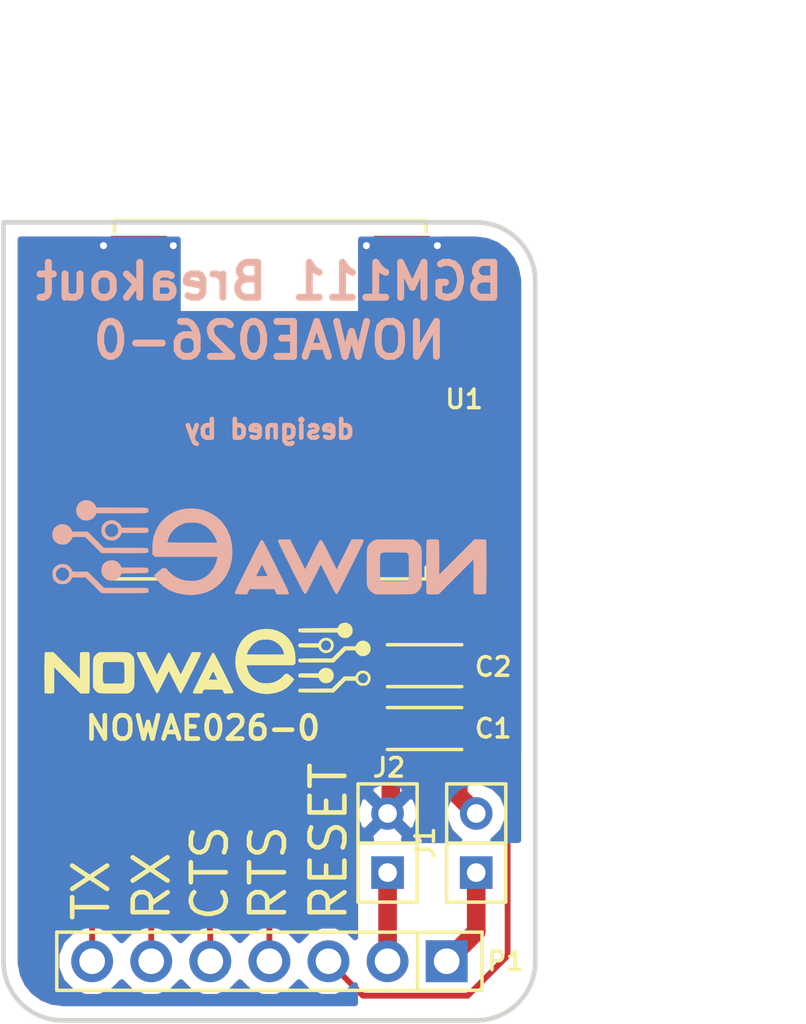
<source format=kicad_pcb>
(kicad_pcb (version 20171130) (host pcbnew "(5.0.2)-1")

  (general
    (thickness 1.6)
    (drawings 19)
    (tracks 49)
    (zones 0)
    (modules 8)
    (nets 31)
  )

  (page A4)
  (layers
    (0 F.Cu signal)
    (31 B.Cu signal)
    (32 B.Adhes user)
    (33 F.Adhes user)
    (34 B.Paste user)
    (35 F.Paste user)
    (36 B.SilkS user)
    (37 F.SilkS user)
    (38 B.Mask user)
    (39 F.Mask user)
    (40 Dwgs.User user)
    (41 Cmts.User user)
    (42 Eco1.User user)
    (43 Eco2.User user)
    (44 Edge.Cuts user)
    (45 Margin user)
    (46 B.CrtYd user)
    (47 F.CrtYd user)
    (48 B.Fab user)
    (49 F.Fab user)
  )

  (setup
    (last_trace_width 0.25)
    (user_trace_width 0.3)
    (user_trace_width 0.5)
    (user_trace_width 0.8)
    (user_trace_width 1)
    (trace_clearance 0.2)
    (zone_clearance 0.508)
    (zone_45_only no)
    (trace_min 0.25)
    (segment_width 0.2)
    (edge_width 0.15)
    (via_size 0.6)
    (via_drill 0.3)
    (via_min_size 0.6)
    (via_min_drill 0.3)
    (user_via 0.8 0.4)
    (uvia_size 0.3)
    (uvia_drill 0.1)
    (uvias_allowed no)
    (uvia_min_size 0.2)
    (uvia_min_drill 0.1)
    (pcb_text_width 0.3)
    (pcb_text_size 1.5 1.5)
    (mod_edge_width 0.15)
    (mod_text_size 1 1)
    (mod_text_width 0.15)
    (pad_size 1.524 1.524)
    (pad_drill 0.762)
    (pad_to_mask_clearance 0.2)
    (solder_mask_min_width 0.25)
    (aux_axis_origin 138.43 64.77)
    (grid_origin 138.43 64.77)
    (visible_elements 7FFFFFFF)
    (pcbplotparams
      (layerselection 0x010fc_ffffffff)
      (usegerberextensions false)
      (usegerberattributes false)
      (usegerberadvancedattributes false)
      (creategerberjobfile false)
      (excludeedgelayer true)
      (linewidth 0.100000)
      (plotframeref false)
      (viasonmask false)
      (mode 1)
      (useauxorigin false)
      (hpglpennumber 1)
      (hpglpenspeed 20)
      (hpglpendiameter 15.000000)
      (psnegative false)
      (psa4output false)
      (plotreference true)
      (plotvalue true)
      (plotinvisibletext false)
      (padsonsilk false)
      (subtractmaskfromsilk false)
      (outputformat 1)
      (mirror false)
      (drillshape 1)
      (scaleselection 1)
      (outputdirectory ""))
  )

  (net 0 "")
  (net 1 +VDD)
  (net 2 GND-ISO)
  (net 3 +3.3V)
  (net 4 GND)
  (net 5 /BLE_TX)
  (net 6 /BLE_RX)
  (net 7 /BLE_CTS)
  (net 8 /BLE_RTS)
  (net 9 /BLE_RESET)
  (net 10 "Net-(U1-Pad2)")
  (net 11 "Net-(U1-Pad3)")
  (net 12 "Net-(U1-Pad4)")
  (net 13 "Net-(U1-Pad9)")
  (net 14 "Net-(U1-Pad10)")
  (net 15 "Net-(U1-Pad11)")
  (net 16 "Net-(U1-Pad28)")
  (net 17 "Net-(U1-Pad27)")
  (net 18 "Net-(U1-Pad26)")
  (net 19 "Net-(U1-Pad25)")
  (net 20 "Net-(U1-Pad24)")
  (net 21 "Net-(U1-Pad23)")
  (net 22 "Net-(U1-Pad22)")
  (net 23 "Net-(U1-Pad21)")
  (net 24 "Net-(U1-Pad16)")
  (net 25 "Net-(U1-Pad17)")
  (net 26 "Net-(U1-Pad18)")
  (net 27 "Net-(U1-Pad19)")
  (net 28 "Net-(U1-Pad15)")
  (net 29 "Net-(U1-Pad14)")
  (net 30 "Net-(U1-Pad13)")

  (net_class Default "Questo è il gruppo di collegamenti predefinito"
    (clearance 0.2)
    (trace_width 0.25)
    (via_dia 0.6)
    (via_drill 0.3)
    (uvia_dia 0.3)
    (uvia_drill 0.1)
    (diff_pair_gap 0.25)
    (diff_pair_width 0.25)
    (add_net +3.3V)
    (add_net +VDD)
    (add_net /BLE_CTS)
    (add_net /BLE_RESET)
    (add_net /BLE_RTS)
    (add_net /BLE_RX)
    (add_net /BLE_TX)
    (add_net GND)
    (add_net GND-ISO)
    (add_net "Net-(U1-Pad10)")
    (add_net "Net-(U1-Pad11)")
    (add_net "Net-(U1-Pad13)")
    (add_net "Net-(U1-Pad14)")
    (add_net "Net-(U1-Pad15)")
    (add_net "Net-(U1-Pad16)")
    (add_net "Net-(U1-Pad17)")
    (add_net "Net-(U1-Pad18)")
    (add_net "Net-(U1-Pad19)")
    (add_net "Net-(U1-Pad2)")
    (add_net "Net-(U1-Pad21)")
    (add_net "Net-(U1-Pad22)")
    (add_net "Net-(U1-Pad23)")
    (add_net "Net-(U1-Pad24)")
    (add_net "Net-(U1-Pad25)")
    (add_net "Net-(U1-Pad26)")
    (add_net "Net-(U1-Pad27)")
    (add_net "Net-(U1-Pad28)")
    (add_net "Net-(U1-Pad3)")
    (add_net "Net-(U1-Pad4)")
    (add_net "Net-(U1-Pad9)")
  )

  (module CAPACITOR:CAPACITOR-1206 (layer F.Cu) (tedit 58B964EB) (tstamp 5C9FCA28)
    (at 156.53 86.52 180)
    (descr "Capacitor SMD 1206, reflow soldering, Vishay (see dcrcw.pdf)")
    (tags "capacitor 1206")
    (path /5C9400EE)
    (attr smd)
    (fp_text reference C1 (at -2.95 0 180) (layer F.SilkS)
      (effects (font (size 0.8 0.8) (thickness 0.15)))
    )
    (fp_text value 4u7 (at 0 2 180) (layer F.Fab) hide
      (effects (font (size 0.8 0.8) (thickness 0.15)))
    )
    (fp_text user %R (at 0 -0.01 180) (layer F.Fab)
      (effects (font (size 0.8 0.8) (thickness 0.15)))
    )
    (fp_line (start 1.6 0.9) (end -1.6 0.9) (layer F.SilkS) (width 0.15))
    (fp_line (start -1.6 -0.9) (end 1.6 -0.9) (layer F.SilkS) (width 0.15))
    (fp_line (start 1.1 -0.8) (end 1.1 0.8) (layer F.Fab) (width 0.15))
    (fp_line (start -1.1 -0.8) (end -1.1 0.7) (layer F.Fab) (width 0.15))
    (fp_line (start -1.6 0.8) (end -1.6 -0.8) (layer F.Fab) (width 0.15))
    (fp_line (start -1.6 -0.8) (end 1.6 -0.8) (layer F.Fab) (width 0.15))
    (fp_line (start 1.6 -0.8) (end 1.6 0.8) (layer F.Fab) (width 0.15))
    (fp_line (start 1.6 0.8) (end -1.6 0.8) (layer F.Fab) (width 0.15))
    (fp_line (start -2.2 -1.2) (end 2.2 -1.2) (layer F.CrtYd) (width 0.05))
    (fp_line (start -2.2 1.2) (end 2.2 1.2) (layer F.CrtYd) (width 0.05))
    (fp_line (start -2.2 -1.2) (end -2.2 1.2) (layer F.CrtYd) (width 0.05))
    (fp_line (start 2.2 -1.2) (end 2.2 1.2) (layer F.CrtYd) (width 0.05))
    (pad 1 smd rect (at -1.45 0 180) (size 0.9 1.7) (layers F.Cu F.Paste F.Mask)
      (net 1 +VDD))
    (pad 2 smd rect (at 1.45 0 180) (size 0.9 1.7) (layers F.Cu F.Paste F.Mask)
      (net 2 GND-ISO))
    (model ${KINOWAEMOD}/packages3d/walter/capacitor/c_1206.wrl
      (at (xyz 0 0 0))
      (scale (xyz 1 1 1))
      (rotate (xyz 0 0 0))
    )
  )

  (module CAPACITOR:CAPACITOR-1206 (layer F.Cu) (tedit 58B964EB) (tstamp 5C9FCFDC)
    (at 156.53 83.82 180)
    (descr "Capacitor SMD 1206, reflow soldering, Vishay (see dcrcw.pdf)")
    (tags "capacitor 1206")
    (path /5C940195)
    (attr smd)
    (fp_text reference C2 (at -2.95 -0.05 180) (layer F.SilkS)
      (effects (font (size 0.8 0.8) (thickness 0.15)))
    )
    (fp_text value 100n (at 0 2 180) (layer F.Fab) hide
      (effects (font (size 0.8 0.8) (thickness 0.15)))
    )
    (fp_line (start 2.2 -1.2) (end 2.2 1.2) (layer F.CrtYd) (width 0.05))
    (fp_line (start -2.2 -1.2) (end -2.2 1.2) (layer F.CrtYd) (width 0.05))
    (fp_line (start -2.2 1.2) (end 2.2 1.2) (layer F.CrtYd) (width 0.05))
    (fp_line (start -2.2 -1.2) (end 2.2 -1.2) (layer F.CrtYd) (width 0.05))
    (fp_line (start 1.6 0.8) (end -1.6 0.8) (layer F.Fab) (width 0.15))
    (fp_line (start 1.6 -0.8) (end 1.6 0.8) (layer F.Fab) (width 0.15))
    (fp_line (start -1.6 -0.8) (end 1.6 -0.8) (layer F.Fab) (width 0.15))
    (fp_line (start -1.6 0.8) (end -1.6 -0.8) (layer F.Fab) (width 0.15))
    (fp_line (start -1.1 -0.8) (end -1.1 0.7) (layer F.Fab) (width 0.15))
    (fp_line (start 1.1 -0.8) (end 1.1 0.8) (layer F.Fab) (width 0.15))
    (fp_line (start -1.6 -0.9) (end 1.6 -0.9) (layer F.SilkS) (width 0.15))
    (fp_line (start 1.6 0.9) (end -1.6 0.9) (layer F.SilkS) (width 0.15))
    (fp_text user %R (at 0 -0.05 180) (layer F.Fab)
      (effects (font (size 0.8 0.8) (thickness 0.15)))
    )
    (pad 2 smd rect (at 1.45 0 180) (size 0.9 1.7) (layers F.Cu F.Paste F.Mask)
      (net 2 GND-ISO))
    (pad 1 smd rect (at -1.45 0 180) (size 0.9 1.7) (layers F.Cu F.Paste F.Mask)
      (net 1 +VDD))
    (model ${KINOWAEMOD}/packages3d/walter/capacitor/c_1206.wrl
      (at (xyz 0 0 0))
      (scale (xyz 1 1 1))
      (rotate (xyz 0 0 0))
    )
  )

  (module CONNECTOR:CONN-STRIP-2x1-2.54 (layer F.Cu) (tedit 5C9DD1C8) (tstamp 5C9FCA56)
    (at 158.75 91.44 90)
    (descr "Strip connector 4x1 2.54mm 180G")
    (path /5C8DF068)
    (fp_text reference J1 (at 0 -2.2 90) (layer F.SilkS)
      (effects (font (size 0.8 0.8) (thickness 0.15)))
    )
    (fp_text value JUMPER-2 (at 0 2.3 90) (layer F.Fab) hide
      (effects (font (size 0.8 0.8) (thickness 0.15)))
    )
    (fp_text user %R (at 0 -2.2 90) (layer F.Fab)
      (effects (font (size 0.8 0.8) (thickness 0.15)))
    )
    (fp_line (start -2.794 -1.524) (end 2.794 -1.524) (layer F.CrtYd) (width 0.05))
    (fp_line (start 2.794 -1.524) (end 2.794 1.524) (layer F.CrtYd) (width 0.05))
    (fp_line (start 2.794 1.524) (end -2.794 1.524) (layer F.CrtYd) (width 0.05))
    (fp_line (start -2.794 1.524) (end -2.794 -1.524) (layer F.CrtYd) (width 0.05))
    (fp_text user 1 (at -3.5 0 90) (layer F.SilkS) hide
      (effects (font (size 0.8 0.8) (thickness 0.15)))
    )
    (fp_line (start 0 -1.27) (end 0 1.27) (layer F.SilkS) (width 0.15))
    (fp_line (start -2.54 -1.27) (end 2.54 -1.27) (layer F.SilkS) (width 0.15))
    (fp_line (start 2.54 -1.27) (end 2.54 1.27) (layer F.SilkS) (width 0.15))
    (fp_line (start 2.54 1.27) (end -2.54 1.27) (layer F.SilkS) (width 0.15))
    (fp_line (start -2.54 1.27) (end -2.54 -1.27) (layer F.SilkS) (width 0.15))
    (fp_line (start -2.54 -1.27) (end 2.54 -1.27) (layer F.Fab) (width 0.15))
    (fp_line (start 2.54 -1.27) (end 2.54 1.27) (layer F.Fab) (width 0.15))
    (fp_line (start 2.54 1.27) (end -2.54 1.27) (layer F.Fab) (width 0.15))
    (fp_line (start -2.54 1.27) (end -2.54 -1.27) (layer F.Fab) (width 0.15))
    (fp_circle (center 1.27 0) (end 1.67 0) (layer F.Fab) (width 0.1))
    (fp_circle (center -1.27 0) (end -0.87 0) (layer F.Fab) (width 0.1))
    (fp_line (start 1.27 -0.4) (end 1.27 0.4) (layer F.Fab) (width 0.1))
    (fp_line (start -1.27 -0.4) (end -1.27 0.4) (layer F.Fab) (width 0.1))
    (fp_line (start 0.87 0) (end 1.67 0) (layer F.Fab) (width 0.1))
    (fp_line (start -1.67 0) (end -0.87 0) (layer F.Fab) (width 0.1))
    (pad 2 thru_hole circle (at 1.27 0 90) (size 1.4 1.4) (drill 0.8) (layers *.Cu *.Mask)
      (net 1 +VDD))
    (pad 1 thru_hole rect (at -1.27 0 90) (size 1.4 1.4) (drill 0.8) (layers *.Cu *.Mask)
      (net 3 +3.3V))
    (model ${KINOWAEMOD}/packages3d/walter/connector/pin_strip_2.wrl
      (at (xyz 0 0 0))
      (scale (xyz 1 1 1))
      (rotate (xyz 0 0 0))
    )
  )

  (module CONNECTOR:CONN-STRIP-2x1-2.54 (layer F.Cu) (tedit 5C9DD1D4) (tstamp 5C9FCA71)
    (at 154.94 91.44 90)
    (descr "Strip connector 4x1 2.54mm 180G")
    (path /5C8DF10C)
    (fp_text reference J2 (at 3.24 0.06 180) (layer F.SilkS)
      (effects (font (size 0.8 0.8) (thickness 0.15)))
    )
    (fp_text value JUMPER-2 (at 0 2.3 90) (layer F.Fab) hide
      (effects (font (size 0.8 0.8) (thickness 0.15)))
    )
    (fp_line (start -1.67 0) (end -0.87 0) (layer F.Fab) (width 0.1))
    (fp_line (start 0.87 0) (end 1.67 0) (layer F.Fab) (width 0.1))
    (fp_line (start -1.27 -0.4) (end -1.27 0.4) (layer F.Fab) (width 0.1))
    (fp_line (start 1.27 -0.4) (end 1.27 0.4) (layer F.Fab) (width 0.1))
    (fp_circle (center -1.27 0) (end -0.87 0) (layer F.Fab) (width 0.1))
    (fp_circle (center 1.27 0) (end 1.67 0) (layer F.Fab) (width 0.1))
    (fp_line (start -2.54 1.27) (end -2.54 -1.27) (layer F.Fab) (width 0.15))
    (fp_line (start 2.54 1.27) (end -2.54 1.27) (layer F.Fab) (width 0.15))
    (fp_line (start 2.54 -1.27) (end 2.54 1.27) (layer F.Fab) (width 0.15))
    (fp_line (start -2.54 -1.27) (end 2.54 -1.27) (layer F.Fab) (width 0.15))
    (fp_line (start -2.54 1.27) (end -2.54 -1.27) (layer F.SilkS) (width 0.15))
    (fp_line (start 2.54 1.27) (end -2.54 1.27) (layer F.SilkS) (width 0.15))
    (fp_line (start 2.54 -1.27) (end 2.54 1.27) (layer F.SilkS) (width 0.15))
    (fp_line (start -2.54 -1.27) (end 2.54 -1.27) (layer F.SilkS) (width 0.15))
    (fp_line (start 0 -1.27) (end 0 1.27) (layer F.SilkS) (width 0.15))
    (fp_text user 1 (at -3.5 0 90) (layer F.SilkS) hide
      (effects (font (size 0.8 0.8) (thickness 0.15)))
    )
    (fp_line (start -2.794 1.524) (end -2.794 -1.524) (layer F.CrtYd) (width 0.05))
    (fp_line (start 2.794 1.524) (end -2.794 1.524) (layer F.CrtYd) (width 0.05))
    (fp_line (start 2.794 -1.524) (end 2.794 1.524) (layer F.CrtYd) (width 0.05))
    (fp_line (start -2.794 -1.524) (end 2.794 -1.524) (layer F.CrtYd) (width 0.05))
    (fp_text user %R (at 3.24 0.06 180) (layer F.Fab)
      (effects (font (size 0.8 0.8) (thickness 0.15)))
    )
    (pad 1 thru_hole rect (at -1.27 0 90) (size 1.4 1.4) (drill 0.8) (layers *.Cu *.Mask)
      (net 4 GND))
    (pad 2 thru_hole circle (at 1.27 0 90) (size 1.4 1.4) (drill 0.8) (layers *.Cu *.Mask)
      (net 2 GND-ISO))
    (model ${KINOWAEMOD}/packages3d/walter/connector/pin_strip_2.wrl
      (at (xyz 0 0 0))
      (scale (xyz 1 1 1))
      (rotate (xyz 0 0 0))
    )
  )

  (module CONNECTOR:CONN-HOLE_7x1_2.54 (layer F.Cu) (tedit 5C9E13BD) (tstamp 5C9FCA9D)
    (at 149.86 96.52 180)
    (descr "Hole footprint  7x1 2.54mm")
    (tags "7x1 2.54 HOLE")
    (path /5C9DE111)
    (fp_text reference P1 (at -10.16 0 180) (layer F.SilkS)
      (effects (font (size 0.8 0.8) (thickness 0.15)))
    )
    (fp_text value CONN (at 0 2.3 180) (layer F.Fab) hide
      (effects (font (size 0.8 0.8) (thickness 0.15)))
    )
    (fp_line (start -8.02 0.4) (end -8.02 -0.4) (layer F.Fab) (width 0.1))
    (fp_line (start -8.02 -0.4) (end -7.22 -0.4) (layer F.Fab) (width 0.1))
    (fp_line (start -7.22 -0.4) (end -7.22 0.4) (layer F.Fab) (width 0.1))
    (fp_line (start -7.22 0.4) (end -8.02 0.4) (layer F.Fab) (width 0.1))
    (fp_line (start -0.4 0) (end 0.4 0) (layer F.Fab) (width 0.1))
    (fp_line (start 0 -0.4) (end 0 0.4) (layer F.Fab) (width 0.1))
    (fp_circle (center 0 0) (end 0.4 0) (layer F.Fab) (width 0.1))
    (fp_line (start -9.8 -1.6) (end 9.8 -1.6) (layer F.CrtYd) (width 0.05))
    (fp_line (start 9.8 -1.6) (end 9.8 1.6) (layer F.CrtYd) (width 0.05))
    (fp_line (start 9.8 1.6) (end -9.8 1.6) (layer F.CrtYd) (width 0.05))
    (fp_line (start -9.8 1.6) (end -9.8 -1.6) (layer F.CrtYd) (width 0.05))
    (fp_text user 1 (at -9.6 0 180) (layer F.SilkS) hide
      (effects (font (size 0.8 0.8) (thickness 0.15)))
    )
    (fp_line (start -6.37 -1.25) (end -6.37 1.25) (layer F.SilkS) (width 0.15))
    (fp_line (start -9.14 -1.25) (end 9.14 -1.25) (layer F.SilkS) (width 0.15))
    (fp_line (start 9.14 -1.25) (end 9.14 1.25) (layer F.SilkS) (width 0.15))
    (fp_line (start 9.14 1.25) (end -9.14 1.25) (layer F.SilkS) (width 0.15))
    (fp_line (start -9.14 1.25) (end -9.14 -1.25) (layer F.SilkS) (width 0.15))
    (fp_line (start -9.14 -1.25) (end 9.14 -1.25) (layer F.Fab) (width 0.15))
    (fp_line (start 9.14 -1.25) (end 9.14 1.25) (layer F.Fab) (width 0.15))
    (fp_line (start 9.14 1.25) (end -9.14 1.25) (layer F.Fab) (width 0.15))
    (fp_line (start -9.14 1.25) (end -9.14 -1.25) (layer F.Fab) (width 0.15))
    (fp_circle (center -2.54 0) (end -2.14 0) (layer F.Fab) (width 0.1))
    (fp_circle (center -5.08 0) (end -4.68 0) (layer F.Fab) (width 0.1))
    (fp_line (start -2.54 -0.4) (end -2.54 0.4) (layer F.Fab) (width 0.1))
    (fp_line (start -5.08 -0.4) (end -5.08 0.4) (layer F.Fab) (width 0.1))
    (fp_line (start -2.94 0) (end -2.14 0) (layer F.Fab) (width 0.1))
    (fp_line (start -5.48 0) (end -4.68 0) (layer F.Fab) (width 0.1))
    (fp_line (start -8.02 0) (end -7.22 0) (layer F.Fab) (width 0.1))
    (fp_line (start -7.62 -0.4) (end -7.62 0.4) (layer F.Fab) (width 0.1))
    (fp_line (start 2.14 0) (end 2.94 0) (layer F.Fab) (width 0.1))
    (fp_circle (center 2.54 0) (end 2.94 0) (layer F.Fab) (width 0.1))
    (fp_line (start 2.54 -0.4) (end 2.54 0.4) (layer F.Fab) (width 0.1))
    (fp_text user %R (at -10.16 0 180) (layer F.Fab)
      (effects (font (size 0.8 0.8) (thickness 0.15)))
    )
    (pad 2 thru_hole circle (at -5.08 0 180) (size 1.8 1.8) (drill 1.1) (layers *.Cu *.Mask)
      (net 4 GND))
    (pad 3 thru_hole circle (at -2.54 0 180) (size 1.8 1.8) (drill 1.1) (layers *.Cu *.Mask)
      (net 9 /BLE_RESET))
    (pad 1 thru_hole rect (at -7.62 0 180) (size 1.8 1.8) (drill 1.1) (layers *.Cu *.Mask)
      (net 3 +3.3V))
    (pad 4 thru_hole circle (at 0 0 180) (size 1.8 1.8) (drill 1.1) (layers *.Cu *.Mask)
      (net 8 /BLE_RTS))
    (pad 5 thru_hole circle (at 2.54 0 180) (size 1.8 1.8) (drill 1.1) (layers *.Cu *.Mask)
      (net 7 /BLE_CTS))
    (pad 6 thru_hole circle (at 5.08 0 180) (size 1.8 1.8) (drill 1.1) (layers *.Cu *.Mask)
      (net 6 /BLE_RX))
    (pad 7 thru_hole circle (at 7.62 0 180) (size 1.8 1.8) (drill 1.1) (layers *.Cu *.Mask)
      (net 5 /BLE_TX))
  )

  (module WIFI:BLE-BGM111A256V2 (layer F.Cu) (tedit 5C90A13E) (tstamp 5C9FCECB)
    (at 149.9 72.39)
    (path /5C9DB88F)
    (fp_text reference U1 (at 8.33 -0.02) (layer F.SilkS)
      (effects (font (size 0.8 0.8) (thickness 0.15)))
    )
    (fp_text value BGM111A256V21 (at 0 8.5) (layer F.Fab) hide
      (effects (font (size 0.8 0.8) (thickness 0.15)))
    )
    (fp_line (start -6.7 7.7) (end -6.7 7.2) (layer F.SilkS) (width 0.15))
    (fp_line (start -6.7 -7.7) (end -6.7 -7.2) (layer F.SilkS) (width 0.15))
    (fp_line (start 6.7 -7.7) (end 6.7 -7.2) (layer F.SilkS) (width 0.15))
    (fp_line (start 6.7 7.7) (end 6.7 7.2) (layer F.SilkS) (width 0.15))
    (fp_line (start 6.7 7.7) (end 4.5 7.7) (layer F.SilkS) (width 0.15))
    (fp_line (start -6.7 7.7) (end -4.5 7.7) (layer F.SilkS) (width 0.15))
    (fp_line (start 6.9 7.9) (end -6.9 7.9) (layer F.CrtYd) (width 0.05))
    (fp_line (start 6.9 -7.9) (end 6.9 7.9) (layer F.CrtYd) (width 0.05))
    (fp_line (start -6.9 -7.9) (end 6.9 -7.9) (layer F.CrtYd) (width 0.05))
    (fp_line (start -6.9 7.9) (end -6.9 -7.9) (layer F.CrtYd) (width 0.05))
    (fp_line (start 3.8 -4) (end 3.8 -7.5) (layer F.Fab) (width 0.15))
    (fp_line (start -3.8 -4) (end 3.8 -4) (layer F.Fab) (width 0.15))
    (fp_line (start -3.8 -7.5) (end -3.8 -4) (layer F.Fab) (width 0.15))
    (fp_line (start -6.7 -7.7) (end 6.7 -7.7) (layer F.SilkS) (width 0.15))
    (fp_text user %R (at 0 0) (layer F.Fab)
      (effects (font (size 0.8 0.8) (thickness 0.15)))
    )
    (fp_line (start -6.5 -7.5) (end 6.5 -7.5) (layer F.Fab) (width 0.15))
    (fp_line (start -6.5 7.5) (end -6.5 -7.5) (layer F.Fab) (width 0.15))
    (fp_line (start 6.5 7.5) (end 6.5 -7.5) (layer F.Fab) (width 0.15))
    (fp_line (start -6.5 7.5) (end 6.5 7.5) (layer F.Fab) (width 0.15))
    (pad 1 smd rect (at -5.65 -6.64) (size 2.4 0.8) (layers F.Cu F.Paste F.Mask)
      (net 2 GND-ISO))
    (pad 2 smd rect (at -5.65 -5.44) (size 2.4 0.8) (layers F.Cu F.Paste F.Mask)
      (net 10 "Net-(U1-Pad2)"))
    (pad 3 smd rect (at -5.65 -4.24) (size 2.4 0.8) (layers F.Cu F.Paste F.Mask)
      (net 11 "Net-(U1-Pad3)"))
    (pad 4 smd rect (at -5.65 -3.04) (size 2.4 0.8) (layers F.Cu F.Paste F.Mask)
      (net 12 "Net-(U1-Pad4)"))
    (pad 5 smd rect (at -5.65 -1.84) (size 2.4 0.8) (layers F.Cu F.Paste F.Mask)
      (net 5 /BLE_TX))
    (pad 6 smd rect (at -5.65 -0.64) (size 2.4 0.8) (layers F.Cu F.Paste F.Mask)
      (net 6 /BLE_RX))
    (pad 7 smd rect (at -5.65 0.56) (size 2.4 0.8) (layers F.Cu F.Paste F.Mask)
      (net 7 /BLE_CTS))
    (pad 8 smd rect (at -5.65 1.76) (size 2.4 0.8) (layers F.Cu F.Paste F.Mask)
      (net 8 /BLE_RTS))
    (pad 9 smd rect (at -5.65 2.96) (size 2.4 0.8) (layers F.Cu F.Paste F.Mask)
      (net 13 "Net-(U1-Pad9)"))
    (pad 10 smd rect (at -5.65 4.16) (size 2.4 0.8) (layers F.Cu F.Paste F.Mask)
      (net 14 "Net-(U1-Pad10)"))
    (pad 11 smd rect (at -5.65 5.36) (size 2.4 0.8) (layers F.Cu F.Paste F.Mask)
      (net 15 "Net-(U1-Pad11)"))
    (pad 12 smd rect (at -5.65 6.56) (size 2.4 0.8) (layers F.Cu F.Paste F.Mask)
      (net 2 GND-ISO))
    (pad 31 smd rect (at 5.65 -6.64) (size 2.4 0.8) (layers F.Cu F.Paste F.Mask)
      (net 2 GND-ISO))
    (pad 30 smd rect (at 5.65 -5.44) (size 2.4 0.8) (layers F.Cu F.Paste F.Mask)
      (net 9 /BLE_RESET))
    (pad 29 smd rect (at 5.65 -4.24) (size 2.4 0.8) (layers F.Cu F.Paste F.Mask)
      (net 1 +VDD))
    (pad 28 smd rect (at 5.65 -3.04) (size 2.4 0.8) (layers F.Cu F.Paste F.Mask)
      (net 16 "Net-(U1-Pad28)"))
    (pad 27 smd rect (at 5.65 -1.84) (size 2.4 0.8) (layers F.Cu F.Paste F.Mask)
      (net 17 "Net-(U1-Pad27)"))
    (pad 26 smd rect (at 5.65 -0.64) (size 2.4 0.8) (layers F.Cu F.Paste F.Mask)
      (net 18 "Net-(U1-Pad26)"))
    (pad 25 smd rect (at 5.65 0.56) (size 2.4 0.8) (layers F.Cu F.Paste F.Mask)
      (net 19 "Net-(U1-Pad25)"))
    (pad 24 smd rect (at 5.65 1.76) (size 2.4 0.8) (layers F.Cu F.Paste F.Mask)
      (net 20 "Net-(U1-Pad24)"))
    (pad 23 smd rect (at 5.65 2.96) (size 2.4 0.8) (layers F.Cu F.Paste F.Mask)
      (net 21 "Net-(U1-Pad23)"))
    (pad 22 smd rect (at 5.65 4.16) (size 2.4 0.8) (layers F.Cu F.Paste F.Mask)
      (net 22 "Net-(U1-Pad22)"))
    (pad 21 smd rect (at 5.65 5.36) (size 2.4 0.8) (layers F.Cu F.Paste F.Mask)
      (net 23 "Net-(U1-Pad21)"))
    (pad 20 smd rect (at 5.65 6.56) (size 2.4 0.8) (layers F.Cu F.Paste F.Mask)
      (net 2 GND-ISO))
    (pad 16 smd rect (at 0 6.7 90) (size 2.4 0.8) (layers F.Cu F.Paste F.Mask)
      (net 24 "Net-(U1-Pad16)"))
    (pad 17 smd rect (at 1.2 6.7 90) (size 2.4 0.8) (layers F.Cu F.Paste F.Mask)
      (net 25 "Net-(U1-Pad17)"))
    (pad 18 smd rect (at 2.4 6.7 90) (size 2.4 0.8) (layers F.Cu F.Paste F.Mask)
      (net 26 "Net-(U1-Pad18)"))
    (pad 19 smd rect (at 3.6 6.7 90) (size 2.4 0.8) (layers F.Cu F.Paste F.Mask)
      (net 27 "Net-(U1-Pad19)"))
    (pad 15 smd rect (at -1.2 6.7 90) (size 2.4 0.8) (layers F.Cu F.Paste F.Mask)
      (net 28 "Net-(U1-Pad15)"))
    (pad 14 smd rect (at -2.4 6.7 90) (size 2.4 0.8) (layers F.Cu F.Paste F.Mask)
      (net 29 "Net-(U1-Pad14)"))
    (pad 13 smd rect (at -3.6 6.7 90) (size 2.4 0.8) (layers F.Cu F.Paste F.Mask)
      (net 30 "Net-(U1-Pad13)"))
    (model ${KINOWAEMOD}/packages3d/3rd-party/siliconlabs/BGM111.wrl
      (at (xyz 0 0 0))
      (scale (xyz 1 1 1))
      (rotate (xyz -90 0 0))
    )
  )

  (module LOGO:LOGO_NOWAE_15MM_FSILK (layer F.Cu) (tedit 0) (tstamp 5C9E8F2E)
    (at 147.2 83.5)
    (fp_text reference G*** (at 0 0) (layer F.SilkS) hide
      (effects (font (size 1.524 1.524) (thickness 0.3)))
    )
    (fp_text value LOGO (at 0.75 0) (layer F.SilkS) hide
      (effects (font (size 1.524 1.524) (thickness 0.3)))
    )
    (fp_poly (pts (xy 5.992891 -1.515889) (xy 6.01969 -1.508883) (xy 6.092707 -1.474143) (xy 6.153279 -1.419995)
      (xy 6.199175 -1.350999) (xy 6.228163 -1.271714) (xy 6.238011 -1.186699) (xy 6.226488 -1.100513)
      (xy 6.223964 -1.091638) (xy 6.198756 -1.038813) (xy 6.157396 -0.983588) (xy 6.107411 -0.934421)
      (xy 6.056329 -0.899772) (xy 6.050915 -0.897187) (xy 5.983339 -0.877786) (xy 5.904954 -0.872583)
      (xy 5.826596 -0.881283) (xy 5.7591 -0.903586) (xy 5.755733 -0.905297) (xy 5.685031 -0.954883)
      (xy 5.629474 -1.019743) (xy 5.60539 -1.064847) (xy 5.587651 -1.10718) (xy 4.775166 -1.10718)
      (xy 4.609221 -1.107212) (xy 4.467356 -1.107345) (xy 4.347602 -1.107635) (xy 4.247987 -1.108138)
      (xy 4.166541 -1.108912) (xy 4.101294 -1.110011) (xy 4.050274 -1.111492) (xy 4.011512 -1.113411)
      (xy 3.983036 -1.115826) (xy 3.962876 -1.11879) (xy 3.949062 -1.122362) (xy 3.939622 -1.126597)
      (xy 3.933016 -1.131201) (xy 3.909801 -1.164829) (xy 3.903623 -1.207238) (xy 3.915127 -1.247284)
      (xy 3.92552 -1.260851) (xy 3.931652 -1.265381) (xy 3.941603 -1.269274) (xy 3.9573 -1.272589)
      (xy 3.980671 -1.275386) (xy 4.013643 -1.277723) (xy 4.058142 -1.27966) (xy 4.116098 -1.281254)
      (xy 4.189436 -1.282566) (xy 4.280086 -1.283653) (xy 4.389973 -1.284574) (xy 4.521026 -1.285389)
      (xy 4.675171 -1.286156) (xy 4.767769 -1.286567) (xy 5.58785 -1.290109) (xy 5.6203 -1.354144)
      (xy 5.669842 -1.424686) (xy 5.735925 -1.477701) (xy 5.814496 -1.51162) (xy 5.901502 -1.524873)
      (xy 5.992891 -1.515889)) (layer F.SilkS) (width 0.01))
    (fp_poly (pts (xy 5.190673 -0.865642) (xy 5.268426 -0.831707) (xy 5.335502 -0.779018) (xy 5.387467 -0.709117)
      (xy 5.402363 -0.678281) (xy 5.418489 -0.61517) (xy 5.421968 -0.541052) (xy 5.41304 -0.467561)
      (xy 5.396964 -0.416675) (xy 5.349123 -0.338124) (xy 5.28488 -0.279694) (xy 5.204904 -0.241826)
      (xy 5.109863 -0.22496) (xy 5.106052 -0.224744) (xy 5.049505 -0.224385) (xy 5.005078 -0.231951)
      (xy 4.959435 -0.249811) (xy 4.956162 -0.25136) (xy 4.887237 -0.295377) (xy 4.83084 -0.353307)
      (xy 4.793528 -0.418317) (xy 4.791974 -0.422472) (xy 4.775177 -0.468924) (xy 4.363463 -0.468924)
      (xy 4.243277 -0.469143) (xy 4.146672 -0.469867) (xy 4.071181 -0.471197) (xy 4.014338 -0.473232)
      (xy 3.973674 -0.476073) (xy 3.946725 -0.47982) (xy 3.931021 -0.484572) (xy 3.92755 -0.486618)
      (xy 3.908488 -0.514933) (xy 3.90679 -0.53057) (xy 4.877953 -0.53057) (xy 4.89348 -0.468225)
      (xy 4.927156 -0.41453) (xy 4.9751 -0.37246) (xy 5.033431 -0.344992) (xy 5.098268 -0.335101)
      (xy 5.16573 -0.345764) (xy 5.197262 -0.358732) (xy 5.246589 -0.396298) (xy 5.286061 -0.450317)
      (xy 5.309965 -0.511521) (xy 5.314462 -0.548831) (xy 5.302724 -0.612228) (xy 5.27103 -0.673103)
      (xy 5.224654 -0.722459) (xy 5.204605 -0.736133) (xy 5.136419 -0.762642) (xy 5.067909 -0.765457)
      (xy 5.003534 -0.746495) (xy 4.947752 -0.70767) (xy 4.90502 -0.650898) (xy 4.884456 -0.598588)
      (xy 4.877953 -0.53057) (xy 3.90679 -0.53057) (xy 3.904226 -0.55417) (xy 3.914804 -0.593781)
      (xy 3.927079 -0.612037) (xy 3.934645 -0.619315) (xy 3.944609 -0.625105) (xy 3.959797 -0.629578)
      (xy 3.983034 -0.632904) (xy 4.017147 -0.635252) (xy 4.064962 -0.636791) (xy 4.129305 -0.63769)
      (xy 4.213003 -0.638121) (xy 4.318881 -0.638251) (xy 4.364197 -0.638257) (xy 4.777586 -0.638257)
      (xy 4.785141 -0.668355) (xy 4.808152 -0.71865) (xy 4.849277 -0.770555) (xy 4.902105 -0.816881)
      (xy 4.937723 -0.839538) (xy 5.020885 -0.871097) (xy 5.106681 -0.879286) (xy 5.190673 -0.865642)) (layer F.SilkS) (width 0.01))
    (fp_poly (pts (xy 6.731202 -0.746769) (xy 6.80784 -0.725555) (xy 6.877977 -0.685999) (xy 6.937469 -0.628122)
      (xy 6.971975 -0.57396) (xy 6.99731 -0.503124) (xy 7.008356 -0.424551) (xy 7.004467 -0.348275)
      (xy 6.989886 -0.294968) (xy 6.945164 -0.219906) (xy 6.882618 -0.160284) (xy 6.806774 -0.118154)
      (xy 6.722159 -0.095572) (xy 6.633299 -0.09459) (xy 6.574877 -0.106665) (xy 6.523682 -0.131195)
      (xy 6.469544 -0.171649) (xy 6.420653 -0.220562) (xy 6.3852 -0.270469) (xy 6.377612 -0.286464)
      (xy 6.356724 -0.338667) (xy 5.945961 -0.338667) (xy 5.685693 -0.078154) (xy 5.425424 0.182359)
      (xy 4.688116 0.182359) (xy 4.530963 0.182337) (xy 4.397797 0.182224) (xy 4.286554 0.18195)
      (xy 4.19517 0.181443) (xy 4.12158 0.180632) (xy 4.06372 0.179445) (xy 4.019526 0.177812)
      (xy 3.986934 0.175662) (xy 3.963879 0.172923) (xy 3.948298 0.169525) (xy 3.938126 0.165396)
      (xy 3.931299 0.160465) (xy 3.927079 0.156139) (xy 3.908256 0.120864) (xy 3.904294 0.080117)
      (xy 3.915155 0.044444) (xy 3.92755 0.03072) (xy 3.937258 0.026719) (xy 3.955825 0.02334)
      (xy 3.985166 0.020535) (xy 4.027197 0.018256) (xy 4.083833 0.016458) (xy 4.156989 0.015093)
      (xy 4.24858 0.014114) (xy 4.360523 0.013475) (xy 4.494732 0.013127) (xy 4.648981 0.013025)
      (xy 5.346213 0.013025) (xy 5.607857 -0.247488) (xy 5.869502 -0.508) (xy 6.116264 -0.508592)
      (xy 6.363026 -0.509183) (xy 6.39559 -0.576951) (xy 6.442552 -0.647771) (xy 6.503739 -0.700142)
      (xy 6.575007 -0.734084) (xy 6.652209 -0.749619) (xy 6.731202 -0.746769)) (layer F.SilkS) (width 0.01))
    (fp_poly (pts (xy 5.194829 0.431374) (xy 5.270536 0.460714) (xy 5.32552 0.499039) (xy 5.376013 0.562946)
      (xy 5.408608 0.640302) (xy 5.422363 0.724775) (xy 5.416331 0.810033) (xy 5.389568 0.889743)
      (xy 5.385096 0.898309) (xy 5.331523 0.973612) (xy 5.264565 1.026721) (xy 5.183595 1.057999)
      (xy 5.090188 1.067816) (xy 5.019635 1.061856) (xy 4.961048 1.045886) (xy 4.956257 1.043801)
      (xy 4.910073 1.014821) (xy 4.862474 0.972324) (xy 4.821188 0.924357) (xy 4.793944 0.878968)
      (xy 4.791217 0.87195) (xy 4.778221 0.83467) (xy 4.362944 0.830899) (xy 4.246712 0.829725)
      (xy 4.153767 0.828433) (xy 4.081348 0.82686) (xy 4.02669 0.824841) (xy 3.987029 0.822213)
      (xy 3.959604 0.818811) (xy 3.94165 0.814471) (xy 3.930404 0.809031) (xy 3.925509 0.804953)
      (xy 3.906307 0.769275) (xy 3.905061 0.726504) (xy 3.921125 0.687787) (xy 3.933016 0.675303)
      (xy 3.942975 0.668552) (xy 3.956253 0.663192) (xy 3.975735 0.659065) (xy 4.004305 0.656012)
      (xy 4.044849 0.653873) (xy 4.100252 0.652489) (xy 4.173399 0.651702) (xy 4.267176 0.651353)
      (xy 4.368929 0.651282) (xy 4.775177 0.651282) (xy 4.790506 0.608892) (xy 4.816973 0.561576)
      (xy 4.859599 0.512137) (xy 4.910523 0.468531) (xy 4.956257 0.441163) (xy 5.029636 0.420337)
      (xy 5.111845 0.417495) (xy 5.194829 0.431374)) (layer F.SilkS) (width 0.01))
    (fp_poly (pts (xy 6.750435 0.540004) (xy 6.816361 0.559383) (xy 6.875273 0.595624) (xy 6.904694 0.62101)
      (xy 6.958838 0.681718) (xy 6.991628 0.745514) (xy 7.005715 0.819289) (xy 7.005718 0.883358)
      (xy 6.989676 0.975288) (xy 6.952513 1.052149) (xy 6.893771 1.114743) (xy 6.858678 1.139399)
      (xy 6.824683 1.158926) (xy 6.79474 1.170693) (xy 6.76021 1.176629) (xy 6.712454 1.178663)
      (xy 6.682154 1.17882) (xy 6.624908 1.177974) (xy 6.585029 1.174146) (xy 6.553854 1.165404)
      (xy 6.52272 1.149815) (xy 6.505287 1.139358) (xy 6.440073 1.085192) (xy 6.402103 1.032331)
      (xy 6.363026 0.964768) (xy 6.147978 0.964332) (xy 5.932929 0.963897) (xy 5.67918 1.217897)
      (xy 5.42543 1.471897) (xy 4.68703 1.471897) (xy 4.527417 1.471826) (xy 4.39188 1.471577)
      (xy 4.278445 1.471101) (xy 4.185139 1.470345) (xy 4.109986 1.469259) (xy 4.051012 1.467792)
      (xy 4.006244 1.465893) (xy 3.973706 1.46351) (xy 3.951425 1.460592) (xy 3.937426 1.457089)
      (xy 3.929735 1.452949) (xy 3.929015 1.452281) (xy 3.902891 1.412415) (xy 3.902643 1.371507)
      (xy 3.917491 1.343332) (xy 3.943064 1.309076) (xy 4.644753 1.305705) (xy 5.346443 1.302334)
      (xy 5.607972 1.041936) (xy 5.799554 0.851183) (xy 6.465409 0.851183) (xy 6.472191 0.916675)
      (xy 6.500988 0.97871) (xy 6.516716 0.998907) (xy 6.576036 1.049854) (xy 6.641944 1.076561)
      (xy 6.711897 1.078367) (xy 6.764591 1.06336) (xy 6.816348 1.02946) (xy 6.860685 0.977614)
      (xy 6.890807 0.915923) (xy 6.892279 0.911207) (xy 6.899245 0.846757) (xy 6.8842 0.784923)
      (xy 6.851149 0.729657) (xy 6.804098 0.68491) (xy 6.747052 0.654635) (xy 6.684018 0.642782)
      (xy 6.627897 0.650388) (xy 6.561887 0.681837) (xy 6.511784 0.728977) (xy 6.479116 0.787021)
      (xy 6.465409 0.851183) (xy 5.799554 0.851183) (xy 5.869502 0.781538) (xy 6.355294 0.781538)
      (xy 6.379847 0.726033) (xy 6.426933 0.649654) (xy 6.491089 0.590548) (xy 6.568298 0.551374)
      (xy 6.654548 0.53479) (xy 6.669129 0.53441) (xy 6.750435 0.540004)) (layer F.SilkS) (width 0.01))
    (fp_poly (pts (xy -2.414633 0.224681) (xy -2.171967 0.709874) (xy -1.93599 0.237706) (xy -1.877362 0.120488)
      (xy -1.829121 0.024472) (xy -1.790034 -0.052457) (xy -1.758869 -0.112412) (xy -1.734393 -0.157509)
      (xy -1.715374 -0.189861) (xy -1.700578 -0.211584) (xy -1.688774 -0.22479) (xy -1.678727 -0.231595)
      (xy -1.669206 -0.234113) (xy -1.660708 -0.234462) (xy -1.650643 -0.23391) (xy -1.641097 -0.230839)
      (xy -1.630833 -0.223128) (xy -1.618612 -0.208653) (xy -1.603198 -0.185293) (xy -1.583352 -0.150925)
      (xy -1.557836 -0.103428) (xy -1.525413 -0.040679) (xy -1.484846 0.039443) (xy -1.434897 0.139062)
      (xy -1.38723 0.234461) (xy -1.153058 0.703384) (xy -0.67082 -0.254) (xy -0.485089 -0.257615)
      (xy -0.412183 -0.258904) (xy -0.361036 -0.259066) (xy -0.327363 -0.257519) (xy -0.306878 -0.253679)
      (xy -0.295294 -0.246965) (xy -0.288326 -0.236795) (xy -0.285344 -0.230475) (xy -0.283668 -0.222568)
      (xy -0.284879 -0.210401) (xy -0.289719 -0.192381) (xy -0.298931 -0.166918) (xy -0.313257 -0.132423)
      (xy -0.333439 -0.087304) (xy -0.360219 -0.029971) (xy -0.39434 0.041166) (xy -0.436543 0.127698)
      (xy -0.48757 0.231215) (xy -0.548164 0.353307) (xy -0.619067 0.495566) (xy -0.695788 0.649114)
      (xy -0.776624 0.810671) (xy -0.846715 0.950455) (xy -0.9069 1.070028) (xy -0.95802 1.170951)
      (xy -1.000915 1.254784) (xy -1.036426 1.323088) (xy -1.065392 1.377425) (xy -1.088656 1.419354)
      (xy -1.107056 1.450437) (xy -1.121433 1.472235) (xy -1.132628 1.486308) (xy -1.14148 1.494218)
      (xy -1.148831 1.497524) (xy -1.152812 1.497948) (xy -1.161686 1.496407) (xy -1.171337 1.490395)
      (xy -1.182949 1.477829) (xy -1.197706 1.456623) (xy -1.216792 1.424695) (xy -1.241392 1.379961)
      (xy -1.272689 1.320337) (xy -1.311867 1.243738) (xy -1.360112 1.148082) (xy -1.418607 1.031284)
      (xy -1.423015 1.022464) (xy -1.660651 0.54698) (xy -1.898463 1.022464) (xy -1.95775 1.14079)
      (xy -2.0067 1.237834) (xy -2.046497 1.315678) (xy -2.078325 1.376406) (xy -2.103369 1.422098)
      (xy -2.122812 1.45484) (xy -2.137839 1.476712) (xy -2.149633 1.489798) (xy -2.159379 1.496181)
      (xy -2.16826 1.497944) (xy -2.168784 1.497948) (xy -2.175638 1.496617) (xy -2.183509 1.491582)
      (xy -2.193239 1.481284) (xy -2.205667 1.464162) (xy -2.221632 1.438655) (xy -2.241976 1.403202)
      (xy -2.267538 1.356245) (xy -2.299159 1.296221) (xy -2.337678 1.221571) (xy -2.383935 1.130734)
      (xy -2.438771 1.022149) (xy -2.503026 0.894256) (xy -2.577539 0.745495) (xy -2.62575 0.649114)
      (xy -2.707105 0.486274) (xy -2.777447 0.345098) (xy -2.837516 0.224003) (xy -2.88805 0.121405)
      (xy -2.92979 0.03572) (xy -2.963477 -0.034637) (xy -2.989848 -0.09125) (xy -3.009646 -0.135703)
      (xy -3.023608 -0.169581) (xy -3.032476 -0.194466) (xy -3.036989 -0.211945) (xy -3.037886 -0.2236)
      (xy -3.036357 -0.230116) (xy -3.029917 -0.242133) (xy -3.020538 -0.250476) (xy -3.003891 -0.255814)
      (xy -2.975647 -0.258818) (xy -2.931475 -0.260158) (xy -2.867047 -0.260503) (xy -2.839903 -0.260513)
      (xy -2.657299 -0.260513) (xy -2.414633 0.224681)) (layer F.SilkS) (width 0.01))
    (fp_poly (pts (xy 0.251531 -0.233694) (xy 0.259103 -0.230339) (xy 0.267901 -0.222821) (xy 0.278778 -0.209566)
      (xy 0.29259 -0.188996) (xy 0.310191 -0.159537) (xy 0.332435 -0.119613) (xy 0.360175 -0.067648)
      (xy 0.394268 -0.002067) (xy 0.435566 0.078706) (xy 0.484925 0.176247) (xy 0.543197 0.292132)
      (xy 0.611239 0.427935) (xy 0.689904 0.585234) (xy 0.703391 0.612217) (xy 0.785798 0.7773)
      (xy 0.857097 0.920634) (xy 0.917982 1.043693) (xy 0.969146 1.147953) (xy 1.011284 1.234889)
      (xy 1.045089 1.305976) (xy 1.071254 1.36269) (xy 1.090474 1.406505) (xy 1.103442 1.438896)
      (xy 1.110851 1.46134) (xy 1.113396 1.47531) (xy 1.112219 1.481678) (xy 1.103388 1.490813)
      (xy 1.08748 1.497378) (xy 1.060344 1.501913) (xy 1.017827 1.504962) (xy 0.955778 1.507066)
      (xy 0.910098 1.508049) (xy 0.722329 1.511636) (xy 0.680414 1.426639) (xy 0.6385 1.341641)
      (xy -0.156551 1.341641) (xy -0.198302 1.426307) (xy -0.240053 1.510974) (xy -0.42567 1.510974)
      (xy -0.499112 1.510717) (xy -0.550775 1.509579) (xy -0.58493 1.507012) (xy -0.605849 1.502467)
      (xy -0.617801 1.495394) (xy -0.625004 1.485346) (xy -0.626136 1.477321) (xy -0.623369 1.46287)
      (xy -0.615993 1.440482) (xy -0.603296 1.408645) (xy -0.584569 1.365847) (xy -0.559101 1.310575)
      (xy -0.526183 1.241317) (xy -0.485104 1.156561) (xy -0.435154 1.054795) (xy -0.375623 0.934506)
      (xy -0.370804 0.92482) (xy 0.052218 0.92482) (xy 0.43002 0.92482) (xy 0.337279 0.739205)
      (xy 0.305711 0.676136) (xy 0.278464 0.621915) (xy 0.257551 0.580528) (xy 0.244983 0.555962)
      (xy 0.242256 0.550918) (xy 0.236008 0.561015) (xy 0.220194 0.590646) (xy 0.196793 0.635991)
      (xy 0.167784 0.69323) (xy 0.146096 0.736534) (xy 0.052218 0.92482) (xy -0.370804 0.92482)
      (xy -0.305801 0.794183) (xy -0.224977 0.632313) (xy -0.215135 0.612628) (xy -0.134654 0.451747)
      (xy -0.064936 0.312608) (xy -0.005126 0.193637) (xy 0.04563 0.093258) (xy 0.088185 0.009897)
      (xy 0.123396 -0.058022) (xy 0.152115 -0.112073) (xy 0.175197 -0.153832) (xy 0.193497 -0.184874)
      (xy 0.207868 -0.206773) (xy 0.219165 -0.221105) (xy 0.228243 -0.229445) (xy 0.235956 -0.233367)
      (xy 0.243157 -0.234448) (xy 0.244331 -0.234462) (xy 0.251531 -0.233694)) (layer F.SilkS) (width 0.01))
    (fp_poly (pts (xy -3.659147 -0.258272) (xy -3.568872 -0.256491) (xy -3.502014 -0.253797) (xy -3.457917 -0.250179)
      (xy -3.443268 -0.247822) (xy -3.357787 -0.216713) (xy -3.280378 -0.164894) (xy -3.221713 -0.101398)
      (xy -3.20426 -0.076504) (xy -3.189705 -0.053446) (xy -3.177787 -0.029683) (xy -3.168242 -0.002677)
      (xy -3.160806 0.030114) (xy -3.155216 0.071228) (xy -3.151208 0.123207) (xy -3.14852 0.188589)
      (xy -3.146888 0.269915) (xy -3.146048 0.369724) (xy -3.145737 0.490557) (xy -3.145692 0.631743)
      (xy -3.145755 0.769932) (xy -3.146012 0.884602) (xy -3.146559 0.978286) (xy -3.147497 1.053518)
      (xy -3.148923 1.112829) (xy -3.150937 1.158753) (xy -3.153636 1.193822) (xy -3.15712 1.22057)
      (xy -3.161487 1.241528) (xy -3.166835 1.25923) (xy -3.170516 1.269236) (xy -3.2106 1.342861)
      (xy -3.268752 1.410578) (xy -3.337218 1.464064) (xy -3.367128 1.480256) (xy -3.432256 1.510719)
      (xy -4.031436 1.509929) (xy -4.178295 1.509598) (xy -4.301307 1.508981) (xy -4.402672 1.508013)
      (xy -4.484594 1.506628) (xy -4.549274 1.504761) (xy -4.598916 1.502346) (xy -4.63572 1.499316)
      (xy -4.661889 1.495608) (xy -4.679626 1.491154) (xy -4.681336 1.49055) (xy -4.755669 1.450742)
      (xy -4.822131 1.391241) (xy -4.873893 1.318384) (xy -4.880472 1.305675) (xy -4.917179 1.230923)
      (xy -4.917179 0.774913) (xy -4.505234 0.774913) (xy -4.504765 0.853775) (xy -4.503738 0.918251)
      (xy -4.502194 0.964426) (xy -4.50022 0.988147) (xy -4.484873 1.029137) (xy -4.461011 1.063045)
      (xy -4.429902 1.094153) (xy -3.649178 1.094153) (xy -3.609102 1.060431) (xy -3.569025 1.026709)
      (xy -3.569025 0.633484) (xy -3.569118 0.516111) (xy -3.569698 0.421986) (xy -3.571222 0.348307)
      (xy -3.574145 0.29227) (xy -3.578923 0.251074) (xy -3.586011 0.221914) (xy -3.595864 0.201988)
      (xy -3.608938 0.188493) (xy -3.625689 0.178626) (xy -3.644254 0.170545) (xy -3.666299 0.165566)
      (xy -3.706294 0.161888) (xy -3.765914 0.159464) (xy -3.846833 0.158247) (xy -3.950726 0.158189)
      (xy -4.054804 0.15898) (xy -4.428165 0.16282) (xy -4.464262 0.198916) (xy -4.500359 0.235011)
      (xy -4.50434 0.589685) (xy -4.505106 0.685578) (xy -4.505234 0.774913) (xy -4.917179 0.774913)
      (xy -4.917179 0.638256) (xy -4.917118 0.497535) (xy -4.916872 0.380386) (xy -4.916348 0.28433)
      (xy -4.915454 0.206889) (xy -4.914096 0.145584) (xy -4.912182 0.097935) (xy -4.909617 0.061464)
      (xy -4.90631 0.033692) (xy -4.902168 0.01214) (xy -4.897096 -0.00567) (xy -4.892543 -0.018283)
      (xy -4.84809 -0.099107) (xy -4.783241 -0.169065) (xy -4.709595 -0.219192) (xy -4.643641 -0.254)
      (xy -4.077025 -0.258247) (xy -3.912569 -0.259139) (xy -3.773495 -0.259152) (xy -3.659147 -0.258272)) (layer F.SilkS) (width 0.01))
    (fp_poly (pts (xy -5.483794 0.879119) (xy -5.483794 0.33086) (xy -5.483738 0.196599) (xy -5.483502 0.085987)
      (xy -5.482985 -0.003379) (xy -5.482088 -0.073902) (xy -5.480709 -0.127983) (xy -5.478749 -0.168025)
      (xy -5.476107 -0.19643) (xy -5.472683 -0.215601) (xy -5.468375 -0.227941) (xy -5.463085 -0.235852)
      (xy -5.459974 -0.238956) (xy -5.445098 -0.248302) (xy -5.421796 -0.254592) (xy -5.385423 -0.258363)
      (xy -5.33133 -0.260151) (xy -5.273121 -0.260513) (xy -5.203612 -0.260059) (xy -5.155375 -0.258285)
      (xy -5.123643 -0.254576) (xy -5.103645 -0.248317) (xy -5.090613 -0.238892) (xy -5.088531 -0.236693)
      (xy -5.084193 -0.230137) (xy -5.080474 -0.219512) (xy -5.077327 -0.202924) (xy -5.074704 -0.178478)
      (xy -5.07256 -0.144281) (xy -5.070846 -0.098439) (xy -5.069517 -0.039057) (xy -5.068525 0.035758)
      (xy -5.067823 0.127901) (xy -5.067364 0.239265) (xy -5.067102 0.371745) (xy -5.066989 0.527235)
      (xy -5.066974 0.63342) (xy -5.067093 0.813454) (xy -5.067466 0.968855) (xy -5.06812 1.101041)
      (xy -5.06908 1.211431) (xy -5.070372 1.301443) (xy -5.072022 1.372493) (xy -5.074054 1.426)
      (xy -5.076496 1.463382) (xy -5.079372 1.486057) (xy -5.082605 1.495343) (xy -5.10221 1.502623)
      (xy -5.14481 1.50759) (xy -5.211473 1.51033) (xy -5.28119 1.510974) (xy -5.464145 1.510974)
      (xy -6.02756 0.947671) (xy -6.590974 0.384368) (xy -6.590974 0.93204) (xy -6.591176 1.076027)
      (xy -6.591815 1.195649) (xy -6.592936 1.292588) (xy -6.594587 1.368526) (xy -6.596813 1.425148)
      (xy -6.599663 1.464136) (xy -6.603182 1.487172) (xy -6.606605 1.495343) (xy -6.626178 1.502046)
      (xy -6.665698 1.506986) (xy -6.71912 1.51016) (xy -6.780397 1.511571) (xy -6.843486 1.511218)
      (xy -6.902341 1.5091) (xy -6.950917 1.505218) (xy -6.983169 1.499572) (xy -6.992164 1.495343)
      (xy -6.995442 1.479307) (xy -6.998368 1.439876) (xy -7.000942 1.379706) (xy -7.003164 1.301449)
      (xy -7.005034 1.207761) (xy -7.006553 1.101297) (xy -7.007719 0.984709) (xy -7.008533 0.860654)
      (xy -7.008995 0.731784) (xy -7.009106 0.600755) (xy -7.008864 0.470221) (xy -7.008271 0.342837)
      (xy -7.007325 0.221256) (xy -7.006028 0.108134) (xy -7.004378 0.006123) (xy -7.002377 -0.08212)
      (xy -7.000023 -0.153942) (xy -6.997318 -0.206688) (xy -6.99426 -0.237704) (xy -6.992164 -0.244882)
      (xy -6.971986 -0.252325) (xy -6.92822 -0.257343) (xy -6.85998 -0.260008) (xy -6.80009 -0.260513)
      (xy -6.623648 -0.260513) (xy -5.483794 0.879119)) (layer F.SilkS) (width 0.01))
    (fp_poly (pts (xy 2.71208 -1.245776) (xy 2.780975 -1.235981) (xy 2.943936 -1.196382) (xy 3.099186 -1.133318)
      (xy 3.244089 -1.048876) (xy 3.376011 -0.945142) (xy 3.492316 -0.824204) (xy 3.590369 -0.688148)
      (xy 3.667536 -0.53906) (xy 3.67079 -0.531322) (xy 3.706203 -0.440401) (xy 3.732496 -0.357255)
      (xy 3.751116 -0.274558) (xy 3.763509 -0.184983) (xy 3.771124 -0.081206) (xy 3.774007 -0.008876)
      (xy 3.780815 0.210197) (xy 3.737493 0.254893) (xy 3.694172 0.299589) (xy 1.678018 0.299589)
      (xy 1.687128 0.354948) (xy 1.721267 0.492328) (xy 1.775775 0.621419) (xy 1.848225 0.73959)
      (xy 1.936186 0.844209) (xy 2.037231 0.932644) (xy 2.14893 1.002265) (xy 2.268855 1.050438)
      (xy 2.345442 1.068241) (xy 2.44667 1.079045) (xy 2.55754 1.080324) (xy 2.669042 1.072642)
      (xy 2.77217 1.056563) (xy 2.846103 1.036857) (xy 2.965087 0.987011) (xy 3.078574 0.92158)
      (xy 3.180789 0.844664) (xy 3.265957 0.760366) (xy 3.303797 0.71183) (xy 3.328757 0.685597)
      (xy 3.362703 0.672441) (xy 3.387471 0.668907) (xy 3.412322 0.667195) (xy 3.433177 0.669501)
      (xy 3.454833 0.678457) (xy 3.482088 0.696697) (xy 3.51974 0.726853) (xy 3.569026 0.768523)
      (xy 3.617935 0.81036) (xy 3.660563 0.847158) (xy 3.692438 0.875034) (xy 3.709085 0.890102)
      (xy 3.70936 0.890374) (xy 3.714902 0.902592) (xy 3.709839 0.92199) (xy 3.692211 0.952996)
      (xy 3.662043 0.997235) (xy 3.550742 1.134422) (xy 3.4253 1.250685) (xy 3.285018 1.346398)
      (xy 3.1292 1.421934) (xy 2.95715 1.477665) (xy 2.768171 1.513965) (xy 2.677818 1.524025)
      (xy 2.617626 1.52906) (xy 2.565943 1.532842) (xy 2.528954 1.534951) (xy 2.513949 1.535139)
      (xy 2.492425 1.533163) (xy 2.452531 1.529387) (xy 2.401829 1.524527) (xy 2.386562 1.523054)
      (xy 2.200738 1.493032) (xy 2.027416 1.440818) (xy 1.867618 1.367603) (xy 1.722366 1.27458)
      (xy 1.592679 1.16294) (xy 1.47958 1.033876) (xy 1.38409 0.88858) (xy 1.307231 0.728244)
      (xy 1.250024 0.554061) (xy 1.213491 0.367223) (xy 1.198652 0.168921) (xy 1.198359 0.13618)
      (xy 1.209963 -0.06247) (xy 1.226947 -0.156308) (xy 1.69051 -0.156308) (xy 2.492999 -0.156308)
      (xy 2.660435 -0.156381) (xy 2.803607 -0.156628) (xy 2.924304 -0.157089) (xy 3.024312 -0.157805)
      (xy 3.105419 -0.158815) (xy 3.169413 -0.160161) (xy 3.218081 -0.161882) (xy 3.25321 -0.16402)
      (xy 3.276588 -0.166615) (xy 3.290003 -0.169707) (xy 3.295242 -0.173337) (xy 3.295488 -0.174475)
      (xy 3.29029 -0.206326) (xy 3.276578 -0.253795) (xy 3.257169 -0.309041) (xy 3.234883 -0.364224)
      (xy 3.21254 -0.411505) (xy 3.205927 -0.423532) (xy 3.128428 -0.532183) (xy 3.030264 -0.62727)
      (xy 2.914282 -0.706443) (xy 2.794 -0.763319) (xy 2.745721 -0.780081) (xy 2.698886 -0.791424)
      (xy 2.645234 -0.798744) (xy 2.576503 -0.803436) (xy 2.549386 -0.804635) (xy 2.41942 -0.804482)
      (xy 2.307379 -0.791491) (xy 2.207614 -0.763913) (xy 2.114477 -0.72) (xy 2.02232 -0.658004)
      (xy 1.988423 -0.631027) (xy 1.917574 -0.563141) (xy 1.849282 -0.480548) (xy 1.788046 -0.390073)
      (xy 1.738364 -0.298539) (xy 1.704733 -0.212771) (xy 1.699142 -0.192129) (xy 1.69051 -0.156308)
      (xy 1.226947 -0.156308) (xy 1.243893 -0.249936) (xy 1.298825 -0.425072) (xy 1.373436 -0.586729)
      (xy 1.466402 -0.73376) (xy 1.576399 -0.865019) (xy 1.702104 -0.979356) (xy 1.842193 -1.075624)
      (xy 1.995343 -1.152677) (xy 2.160231 -1.209366) (xy 2.335532 -1.244544) (xy 2.519923 -1.257063)
      (xy 2.71208 -1.245776)) (layer F.SilkS) (width 0.01))
  )

  (module LOGO:LOGO_NOWAE_20MM_FSILK (layer B.Cu) (tedit 0) (tstamp 5C9E90C0)
    (at 149.86 78.74 180)
    (fp_text reference G*** (at 0 0 180) (layer B.SilkS) hide
      (effects (font (size 1.524 1.524) (thickness 0.3)) (justify mirror))
    )
    (fp_text value LOGO (at 0.75 0 180) (layer B.SilkS) hide
      (effects (font (size 1.524 1.524) (thickness 0.3)) (justify mirror))
    )
    (fp_poly (pts (xy 7.976885 2.017735) (xy 8.012556 2.008411) (xy 8.109745 1.962169) (xy 8.19037 1.890095)
      (xy 8.251461 1.798257) (xy 8.290046 1.692724) (xy 8.303154 1.579564) (xy 8.287815 1.464846)
      (xy 8.284456 1.453033) (xy 8.250903 1.38272) (xy 8.19585 1.309212) (xy 8.129317 1.243768)
      (xy 8.061324 1.197648) (xy 8.054118 1.194207) (xy 7.964171 1.168383) (xy 7.859836 1.161458)
      (xy 7.755536 1.173038) (xy 7.665695 1.202724) (xy 7.661214 1.205002) (xy 7.567105 1.271003)
      (xy 7.493156 1.357337) (xy 7.461099 1.417372) (xy 7.437486 1.47372) (xy 6.356022 1.47372)
      (xy 6.135139 1.473762) (xy 5.94631 1.473939) (xy 5.78691 1.474325) (xy 5.654316 1.474996)
      (xy 5.545907 1.476025) (xy 5.459059 1.477488) (xy 5.391149 1.47946) (xy 5.339554 1.482015)
      (xy 5.301651 1.485228) (xy 5.274817 1.489174) (xy 5.256429 1.493928) (xy 5.243865 1.499565)
      (xy 5.235072 1.505694) (xy 5.204171 1.550455) (xy 5.195948 1.606904) (xy 5.211261 1.660207)
      (xy 5.225094 1.678266) (xy 5.233256 1.684294) (xy 5.246502 1.689476) (xy 5.267396 1.693889)
      (xy 5.298503 1.697612) (xy 5.34239 1.700723) (xy 5.401622 1.703301) (xy 5.478764 1.705423)
      (xy 5.576382 1.707169) (xy 5.697041 1.708615) (xy 5.843308 1.709842) (xy 6.017746 1.710927)
      (xy 6.222923 1.711948) (xy 6.346177 1.712495) (xy 7.437752 1.717209) (xy 7.480944 1.802444)
      (xy 7.546888 1.896339) (xy 7.634848 1.966905) (xy 7.739431 2.012053) (xy 7.855241 2.029693)
      (xy 7.976885 2.017735)) (layer B.SilkS) (width 0.01))
    (fp_poly (pts (xy 6.909086 1.152219) (xy 7.012579 1.107049) (xy 7.101862 1.036918) (xy 7.171031 0.943876)
      (xy 7.190857 0.902831) (xy 7.212322 0.818826) (xy 7.216953 0.720171) (xy 7.205069 0.62235)
      (xy 7.183671 0.554618) (xy 7.119992 0.450062) (xy 7.034481 0.372289) (xy 6.928028 0.321884)
      (xy 6.801523 0.299434) (xy 6.79645 0.299147) (xy 6.721184 0.298669) (xy 6.662048 0.30874)
      (xy 6.601295 0.332513) (xy 6.596938 0.334574) (xy 6.505195 0.393164) (xy 6.430128 0.470272)
      (xy 6.380462 0.556804) (xy 6.378395 0.562334) (xy 6.356037 0.624164) (xy 5.808021 0.624164)
      (xy 5.648047 0.624455) (xy 5.51946 0.62542) (xy 5.418977 0.62719) (xy 5.343315 0.629899)
      (xy 5.28919 0.63368) (xy 5.253319 0.638667) (xy 5.232416 0.644993) (xy 5.227796 0.647716)
      (xy 5.202423 0.685406) (xy 5.200163 0.706218) (xy 6.492837 0.706218) (xy 6.513505 0.623234)
      (xy 6.558329 0.551763) (xy 6.622146 0.495766) (xy 6.699788 0.459204) (xy 6.78609 0.446038)
      (xy 6.875885 0.460231) (xy 6.917856 0.477493) (xy 6.983513 0.527495) (xy 7.036053 0.599397)
      (xy 7.067871 0.680864) (xy 7.073856 0.730525) (xy 7.058233 0.81491) (xy 7.016045 0.895938)
      (xy 6.954317 0.961635) (xy 6.92763 0.979835) (xy 6.836871 1.01512) (xy 6.745681 1.018867)
      (xy 6.659993 0.993627) (xy 6.585743 0.941949) (xy 6.528865 0.866382) (xy 6.501494 0.796754)
      (xy 6.492837 0.706218) (xy 5.200163 0.706218) (xy 5.196751 0.737631) (xy 5.21083 0.790357)
      (xy 5.227169 0.814657) (xy 5.23724 0.824343) (xy 5.250503 0.83205) (xy 5.270718 0.838005)
      (xy 5.301648 0.842431) (xy 5.347055 0.845556) (xy 5.410699 0.847604) (xy 5.496344 0.848802)
      (xy 5.60775 0.849375) (xy 5.74868 0.849548) (xy 5.808998 0.849556) (xy 6.359244 0.849556)
      (xy 6.369299 0.889618) (xy 6.399929 0.956564) (xy 6.454667 1.025652) (xy 6.524985 1.087315)
      (xy 6.572395 1.117473) (xy 6.683089 1.15948) (xy 6.797288 1.170379) (xy 6.909086 1.152219)) (layer B.SilkS) (width 0.01))
    (fp_poly (pts (xy 8.95962 0.993993) (xy 9.061629 0.965756) (xy 9.154986 0.913104) (xy 9.234173 0.836066)
      (xy 9.280102 0.763973) (xy 9.313825 0.669687) (xy 9.328528 0.565101) (xy 9.323352 0.463574)
      (xy 9.303943 0.392619) (xy 9.244415 0.292707) (xy 9.161162 0.213346) (xy 9.060211 0.15727)
      (xy 8.947583 0.127211) (xy 8.829304 0.125903) (xy 8.751542 0.141976) (xy 8.683399 0.174627)
      (xy 8.611337 0.228474) (xy 8.546261 0.293581) (xy 8.499071 0.36001) (xy 8.48897 0.381299)
      (xy 8.461168 0.450785) (xy 7.914418 0.450785) (xy 7.567986 0.104027) (xy 7.221553 -0.24273)
      (xy 6.240153 -0.24273) (xy 6.030973 -0.242702) (xy 5.853722 -0.242552) (xy 5.705651 -0.242187)
      (xy 5.584013 -0.241512) (xy 5.486061 -0.240432) (xy 5.409046 -0.238853) (xy 5.350221 -0.236679)
      (xy 5.306839 -0.233817) (xy 5.276153 -0.230172) (xy 5.255413 -0.225648) (xy 5.241873 -0.220152)
      (xy 5.232786 -0.213588) (xy 5.227169 -0.207831) (xy 5.202115 -0.160877) (xy 5.196842 -0.106641)
      (xy 5.211297 -0.059158) (xy 5.227796 -0.040891) (xy 5.240718 -0.035566) (xy 5.265432 -0.031068)
      (xy 5.304486 -0.027333) (xy 5.360432 -0.024301) (xy 5.435817 -0.021907) (xy 5.533192 -0.020091)
      (xy 5.655106 -0.018788) (xy 5.804108 -0.017936) (xy 5.982748 -0.017474) (xy 6.188062 -0.017338)
      (xy 7.116119 -0.017338) (xy 7.464382 0.32942) (xy 7.812646 0.676177) (xy 8.469556 0.677751)
      (xy 8.512901 0.767954) (xy 8.57541 0.86222) (xy 8.656853 0.931929) (xy 8.751715 0.977108)
      (xy 8.854476 0.997786) (xy 8.95962 0.993993)) (layer B.SilkS) (width 0.01))
    (fp_poly (pts (xy 6.914618 -0.574185) (xy 7.015388 -0.613237) (xy 7.088576 -0.66425) (xy 7.155784 -0.749314)
      (xy 7.199171 -0.85228) (xy 7.217479 -0.964719) (xy 7.20945 -1.078202) (xy 7.173827 -1.1843)
      (xy 7.167874 -1.195703) (xy 7.096565 -1.295935) (xy 7.00744 -1.366627) (xy 6.899664 -1.408258)
      (xy 6.775335 -1.421326) (xy 6.681425 -1.413392) (xy 6.603441 -1.392136) (xy 6.597064 -1.38936)
      (xy 6.535591 -1.350787) (xy 6.472234 -1.294221) (xy 6.41728 -1.230374) (xy 6.381016 -1.169958)
      (xy 6.377387 -1.160617) (xy 6.360089 -1.110995) (xy 5.80733 -1.105975) (xy 5.652619 -1.104413)
      (xy 5.528904 -1.102694) (xy 5.43251 -1.100599) (xy 5.359756 -1.097912) (xy 5.306966 -1.094413)
      (xy 5.270462 -1.089885) (xy 5.246564 -1.084109) (xy 5.231595 -1.076868) (xy 5.225079 -1.07144)
      (xy 5.199521 -1.023951) (xy 5.197862 -0.96702) (xy 5.219243 -0.915485) (xy 5.235072 -0.898868)
      (xy 5.248328 -0.889882) (xy 5.266002 -0.882748) (xy 5.291932 -0.877255) (xy 5.329961 -0.87319)
      (xy 5.383927 -0.870343) (xy 5.457672 -0.868502) (xy 5.555036 -0.867455) (xy 5.679858 -0.86699)
      (xy 5.815297 -0.866894) (xy 6.356037 -0.866894) (xy 6.37644 -0.810471) (xy 6.411669 -0.747491)
      (xy 6.468408 -0.681685) (xy 6.536191 -0.623643) (xy 6.597064 -0.587214) (xy 6.694737 -0.559493)
      (xy 6.804161 -0.55571) (xy 6.914618 -0.574185)) (layer B.SilkS) (width 0.01))
    (fp_poly (pts (xy 8.98522 -0.718777) (xy 9.072971 -0.744572) (xy 9.151387 -0.792811) (xy 9.190547 -0.826601)
      (xy 9.262617 -0.907407) (xy 9.306261 -0.992323) (xy 9.325013 -1.090522) (xy 9.325016 -1.175801)
      (xy 9.303663 -1.298165) (xy 9.254198 -1.400473) (xy 9.176009 -1.483789) (xy 9.129297 -1.516607)
      (xy 9.084048 -1.542598) (xy 9.044192 -1.558261) (xy 8.998231 -1.566162) (xy 8.934664 -1.568869)
      (xy 8.894334 -1.569079) (xy 8.818136 -1.567952) (xy 8.765054 -1.562857) (xy 8.723558 -1.551221)
      (xy 8.682118 -1.530471) (xy 8.658913 -1.516552) (xy 8.57211 -1.444455) (xy 8.52157 -1.374094)
      (xy 8.469556 -1.284163) (xy 8.183314 -1.283583) (xy 7.897072 -1.283004) (xy 7.559317 -1.621092)
      (xy 7.221562 -1.959181) (xy 6.238708 -1.959181) (xy 6.026253 -1.959086) (xy 5.845846 -1.958755)
      (xy 5.694858 -1.958121) (xy 5.570661 -1.957115) (xy 5.470629 -1.95567) (xy 5.392132 -1.953718)
      (xy 5.332542 -1.951189) (xy 5.289233 -1.948017) (xy 5.259575 -1.944134) (xy 5.240942 -1.939471)
      (xy 5.230705 -1.93396) (xy 5.229746 -1.933072) (xy 5.194974 -1.880007) (xy 5.194643 -1.825556)
      (xy 5.214407 -1.788053) (xy 5.248446 -1.742457) (xy 6.182435 -1.73797) (xy 7.116425 -1.733483)
      (xy 7.464536 -1.386878) (xy 7.719542 -1.132974) (xy 8.605834 -1.132974) (xy 8.614861 -1.220148)
      (xy 8.653192 -1.30272) (xy 8.674126 -1.329604) (xy 8.753085 -1.397417) (xy 8.840811 -1.432966)
      (xy 8.933923 -1.43537) (xy 9.004062 -1.415395) (xy 9.072953 -1.370271) (xy 9.131969 -1.301262)
      (xy 9.172064 -1.219147) (xy 9.174023 -1.212871) (xy 9.183295 -1.127084) (xy 9.163269 -1.044779)
      (xy 9.119276 -0.971217) (xy 9.056648 -0.911656) (xy 8.980717 -0.871357) (xy 8.896814 -0.85558)
      (xy 8.822114 -0.865705) (xy 8.734251 -0.907565) (xy 8.667562 -0.970311) (xy 8.624079 -1.047572)
      (xy 8.605834 -1.132974) (xy 7.719542 -1.132974) (xy 7.812646 -1.040273) (xy 8.459264 -1.040273)
      (xy 8.491945 -0.966393) (xy 8.55462 -0.864728) (xy 8.640015 -0.786055) (xy 8.742785 -0.733911)
      (xy 8.857589 -0.711837) (xy 8.876996 -0.711331) (xy 8.98522 -0.718777)) (layer B.SilkS) (width 0.01))
    (fp_poly (pts (xy -3.214018 -0.299064) (xy -2.891015 -0.944885) (xy -2.576916 -0.316402) (xy -2.498878 -0.160377)
      (xy -2.434666 -0.032574) (xy -2.38264 0.069822) (xy -2.341158 0.149627) (xy -2.308579 0.209653)
      (xy -2.283263 0.252716) (xy -2.26357 0.281629) (xy -2.247857 0.299208) (xy -2.234484 0.308266)
      (xy -2.221812 0.311617) (xy -2.210499 0.312082) (xy -2.197103 0.311347) (xy -2.184397 0.30726)
      (xy -2.170734 0.296995) (xy -2.154468 0.277728) (xy -2.13395 0.246635) (xy -2.107534 0.20089)
      (xy -2.073571 0.137668) (xy -2.030415 0.054146) (xy -1.976418 -0.052502) (xy -1.909932 -0.185101)
      (xy -1.846485 -0.312082) (xy -1.534788 -0.936246) (xy -1.213845 -0.299079) (xy -0.892901 0.338089)
      (xy -0.645682 0.3429) (xy -0.54864 0.344616) (xy -0.480561 0.344831) (xy -0.43574 0.342771)
      (xy -0.408473 0.337661) (xy -0.393055 0.328725) (xy -0.38378 0.315187) (xy -0.379811 0.306774)
      (xy -0.377579 0.296251) (xy -0.379191 0.280055) (xy -0.385634 0.256069) (xy -0.397896 0.222177)
      (xy -0.416964 0.176262) (xy -0.443828 0.116206) (xy -0.479474 0.039892) (xy -0.52489 -0.054795)
      (xy -0.581065 -0.169974) (xy -0.648985 -0.307761) (xy -0.72964 -0.470273) (xy -0.824016 -0.659628)
      (xy -0.926135 -0.86401) (xy -1.033733 -1.079051) (xy -1.127027 -1.265112) (xy -1.207137 -1.424271)
      (xy -1.275181 -1.558604) (xy -1.332277 -1.670191) (xy -1.379544 -1.761108) (xy -1.4181 -1.833433)
      (xy -1.449065 -1.889243) (xy -1.473556 -1.930617) (xy -1.492693 -1.959631) (xy -1.507594 -1.978363)
      (xy -1.519377 -1.988891) (xy -1.529162 -1.993292) (xy -1.534461 -1.993857) (xy -1.546273 -1.991806)
      (xy -1.559119 -1.983804) (xy -1.574575 -1.967076) (xy -1.594217 -1.938851) (xy -1.619622 -1.896353)
      (xy -1.652365 -1.836809) (xy -1.694024 -1.757445) (xy -1.746173 -1.655489) (xy -1.810389 -1.528165)
      (xy -1.888249 -1.3727) (xy -1.894117 -1.360959) (xy -2.210424 -0.728062) (xy -2.526965 -1.360959)
      (xy -2.605879 -1.518459) (xy -2.671035 -1.64763) (xy -2.724007 -1.751245) (xy -2.766372 -1.832076)
      (xy -2.799707 -1.892896) (xy -2.825587 -1.936477) (xy -2.845588 -1.96559) (xy -2.861287 -1.983009)
      (xy -2.874259 -1.991505) (xy -2.886081 -1.993851) (xy -2.886778 -1.993857) (xy -2.895901 -1.992085)
      (xy -2.906379 -1.985383) (xy -2.919329 -1.971676) (xy -2.935871 -1.948885) (xy -2.957122 -1.914933)
      (xy -2.984201 -1.867745) (xy -3.018226 -1.805241) (xy -3.060315 -1.725346) (xy -3.111586 -1.625982)
      (xy -3.173157 -1.505073) (xy -3.246147 -1.36054) (xy -3.331674 -1.190308) (xy -3.430855 -0.992298)
      (xy -3.495026 -0.86401) (xy -3.603315 -0.647259) (xy -3.696945 -0.459346) (xy -3.776899 -0.298162)
      (xy -3.844163 -0.161598) (xy -3.899722 -0.047546) (xy -3.94456 0.046104) (xy -3.979663 0.121459)
      (xy -4.006014 0.180628) (xy -4.024599 0.225721) (xy -4.036403 0.258845) (xy -4.042409 0.28211)
      (xy -4.043604 0.297623) (xy -4.041568 0.306297) (xy -4.032996 0.322292) (xy -4.020512 0.333397)
      (xy -3.998355 0.340503) (xy -3.96076 0.344501) (xy -3.901965 0.346285) (xy -3.816207 0.346744)
      (xy -3.780076 0.346758) (xy -3.53702 0.346758) (xy -3.214018 -0.299064)) (layer B.SilkS) (width 0.01))
    (fp_poly (pts (xy 0.334802 0.311059) (xy 0.34488 0.306594) (xy 0.356591 0.296587) (xy 0.371069 0.278943)
      (xy 0.389454 0.251564) (xy 0.412881 0.212352) (xy 0.442489 0.159211) (xy 0.479413 0.090043)
      (xy 0.524792 0.002751) (xy 0.579763 -0.104763) (xy 0.645462 -0.234596) (xy 0.723026 -0.388845)
      (xy 0.813594 -0.569607) (xy 0.918301 -0.77898) (xy 0.936253 -0.814897) (xy 1.045941 -1.034632)
      (xy 1.140844 -1.225418) (xy 1.221886 -1.389217) (xy 1.289989 -1.527993) (xy 1.346077 -1.64371)
      (xy 1.391073 -1.738331) (xy 1.425901 -1.81382) (xy 1.451483 -1.87214) (xy 1.468744 -1.915255)
      (xy 1.478606 -1.945129) (xy 1.481993 -1.963725) (xy 1.480427 -1.9722) (xy 1.468672 -1.98436)
      (xy 1.447498 -1.993097) (xy 1.411378 -1.999135) (xy 1.354786 -2.003193) (xy 1.272194 -2.005992)
      (xy 1.211393 -2.007301) (xy 0.961461 -2.012077) (xy 0.90567 -1.898939) (xy 0.84988 -1.785802)
      (xy -0.208379 -1.785802) (xy -0.263952 -1.898498) (xy -0.319525 -2.011195) (xy -0.566593 -2.011195)
      (xy -0.664348 -2.010852) (xy -0.733114 -2.009338) (xy -0.778577 -2.005922) (xy -0.806421 -1.999872)
      (xy -0.82233 -1.990457) (xy -0.831917 -1.977083) (xy -0.833425 -1.9664) (xy -0.829742 -1.947165)
      (xy -0.819923 -1.917366) (xy -0.803023 -1.874989) (xy -0.778096 -1.818022) (xy -0.744197 -1.744452)
      (xy -0.700381 -1.652266) (xy -0.645703 -1.539451) (xy -0.579217 -1.403994) (xy -0.499977 -1.243883)
      (xy -0.493562 -1.23099) (xy 0.069504 -1.23099) (xy 0.572381 -1.23099) (xy 0.448937 -0.983925)
      (xy 0.406918 -0.899977) (xy 0.370651 -0.827805) (xy 0.342814 -0.772717) (xy 0.326085 -0.740019)
      (xy 0.322456 -0.733305) (xy 0.31414 -0.746745) (xy 0.29309 -0.786185) (xy 0.261942 -0.846542)
      (xy 0.22333 -0.92273) (xy 0.194461 -0.98037) (xy 0.069504 -1.23099) (xy -0.493562 -1.23099)
      (xy -0.407039 -1.057104) (xy -0.299458 -0.841646) (xy -0.286358 -0.815445) (xy -0.179233 -0.601302)
      (xy -0.086434 -0.4161) (xy -0.006824 -0.257742) (xy 0.060735 -0.124132) (xy 0.117379 -0.013174)
      (xy 0.164246 0.07723) (xy 0.202473 0.149176) (xy 0.233196 0.204759) (xy 0.257554 0.246077)
      (xy 0.276683 0.275226) (xy 0.291721 0.294303) (xy 0.303804 0.305404) (xy 0.31407 0.310625)
      (xy 0.323655 0.312063) (xy 0.325218 0.312082) (xy 0.334802 0.311059)) (layer B.SilkS) (width 0.01))
    (fp_poly (pts (xy -4.870538 0.343775) (xy -4.750377 0.341403) (xy -4.661384 0.337817) (xy -4.60269 0.333002)
      (xy -4.58319 0.329864) (xy -4.46941 0.288457) (xy -4.366375 0.219483) (xy -4.288288 0.134965)
      (xy -4.265056 0.10183) (xy -4.245684 0.071139) (xy -4.22982 0.03951) (xy -4.217115 0.003562)
      (xy -4.207217 -0.040084) (xy -4.199776 -0.09481) (xy -4.194442 -0.163996) (xy -4.190864 -0.251023)
      (xy -4.188691 -0.359273) (xy -4.187573 -0.492125) (xy -4.187159 -0.652961) (xy -4.187099 -0.840887)
      (xy -4.187184 -1.024824) (xy -4.187525 -1.177457) (xy -4.188254 -1.302156) (xy -4.189502 -1.402294)
      (xy -4.1914 -1.481241) (xy -4.19408 -1.542368) (xy -4.197673 -1.589048) (xy -4.20231 -1.62465)
      (xy -4.208123 -1.652547) (xy -4.215242 -1.676109) (xy -4.220142 -1.689427) (xy -4.273496 -1.787426)
      (xy -4.3509 -1.877562) (xy -4.442032 -1.948755) (xy -4.481843 -1.970308) (xy -4.568533 -2.010856)
      (xy -5.366076 -2.009804) (xy -5.561554 -2.009363) (xy -5.72529 -2.008542) (xy -5.860213 -2.007253)
      (xy -5.969256 -2.00541) (xy -6.055349 -2.002925) (xy -6.121424 -1.99971) (xy -6.170413 -1.995678)
      (xy -6.205246 -1.990742) (xy -6.228854 -1.984813) (xy -6.231131 -1.98401) (xy -6.330073 -1.931022)
      (xy -6.418537 -1.851823) (xy -6.487436 -1.754847) (xy -6.496192 -1.73793) (xy -6.545052 -1.63843)
      (xy -6.545052 -1.031454) (xy -5.996729 -1.031454) (xy -5.996104 -1.136424) (xy -5.994737 -1.222245)
      (xy -5.992683 -1.283708) (xy -5.990055 -1.315282) (xy -5.969627 -1.369842) (xy -5.937865 -1.414975)
      (xy -5.896457 -1.456382) (xy -4.857268 -1.456382) (xy -4.803925 -1.411496) (xy -4.750581 -1.36661)
      (xy -4.750581 -0.843204) (xy -4.750703 -0.686974) (xy -4.751476 -0.561689) (xy -4.753505 -0.463617)
      (xy -4.757395 -0.38903) (xy -4.763755 -0.334194) (xy -4.773189 -0.295381) (xy -4.786304 -0.268858)
      (xy -4.803707 -0.250896) (xy -4.826003 -0.237763) (xy -4.850714 -0.227005) (xy -4.880058 -0.220378)
      (xy -4.933293 -0.215483) (xy -5.012651 -0.212257) (xy -5.120359 -0.210637) (xy -5.258647 -0.21056)
      (xy -5.39718 -0.211613) (xy -5.894145 -0.216724) (xy -5.990239 -0.312814) (xy -5.995539 -0.784905)
      (xy -5.996559 -0.912545) (xy -5.996729 -1.031454) (xy -6.545052 -1.031454) (xy -6.545052 -0.849556)
      (xy -6.54497 -0.662248) (xy -6.544643 -0.506316) (xy -6.543946 -0.378461) (xy -6.542756 -0.275382)
      (xy -6.540948 -0.193781) (xy -6.5384 -0.130358) (xy -6.534987 -0.081813) (xy -6.530585 -0.044847)
      (xy -6.525071 -0.01616) (xy -6.51832 0.007547) (xy -6.512259 0.024335) (xy -6.45309 0.131917)
      (xy -6.366772 0.225035) (xy -6.268746 0.291756) (xy -6.180956 0.338089) (xy -5.426758 0.343741)
      (xy -5.207857 0.344929) (xy -5.022741 0.344945) (xy -4.870538 0.343775)) (layer B.SilkS) (width 0.01))
    (fp_poly (pts (xy -8.057855 -0.411701) (xy -7.29925 -1.17016) (xy -7.29925 -0.440395) (xy -7.299174 -0.261686)
      (xy -7.29886 -0.114454) (xy -7.298172 0.004497) (xy -7.296978 0.098367) (xy -7.295143 0.170352)
      (xy -7.292534 0.22365) (xy -7.289017 0.261459) (xy -7.284459 0.286977) (xy -7.278726 0.303402)
      (xy -7.271683 0.313932) (xy -7.267543 0.318064) (xy -7.247742 0.330504) (xy -7.216726 0.338876)
      (xy -7.168311 0.343896) (xy -7.096311 0.346275) (xy -7.018831 0.346758) (xy -6.92631 0.346152)
      (xy -6.862105 0.343791) (xy -6.819867 0.338854) (xy -6.793249 0.330523) (xy -6.775902 0.317978)
      (xy -6.773131 0.315051) (xy -6.767357 0.306325) (xy -6.762407 0.292182) (xy -6.758217 0.270103)
      (xy -6.754727 0.237564) (xy -6.751872 0.192046) (xy -6.749591 0.131027) (xy -6.747822 0.051987)
      (xy -6.746501 -0.047596) (xy -6.745567 -0.170244) (xy -6.744957 -0.318476) (xy -6.744608 -0.494815)
      (xy -6.744458 -0.701781) (xy -6.744437 -0.84312) (xy -6.744595 -1.082755) (xy -6.745093 -1.289603)
      (xy -6.745963 -1.465551) (xy -6.747241 -1.612486) (xy -6.74896 -1.732296) (xy -6.751156 -1.826868)
      (xy -6.753862 -1.89809) (xy -6.757112 -1.947847) (xy -6.76094 -1.978029) (xy -6.765243 -1.990389)
      (xy -6.791338 -2.000079) (xy -6.848041 -2.006691) (xy -6.936774 -2.010337) (xy -7.029572 -2.011195)
      (xy -7.273095 -2.011195) (xy -8.023032 -1.261406) (xy -8.77297 -0.511617) (xy -8.77297 -1.2406)
      (xy -8.773239 -1.432256) (xy -8.774089 -1.591479) (xy -8.775581 -1.72051) (xy -8.777779 -1.821589)
      (xy -8.780742 -1.896956) (xy -8.784535 -1.94885) (xy -8.789219 -1.979512) (xy -8.793775 -1.990389)
      (xy -8.819829 -1.999312) (xy -8.872432 -2.005886) (xy -8.943539 -2.010112) (xy -9.025103 -2.01199)
      (xy -9.109078 -2.011519) (xy -9.187418 -2.0087) (xy -9.252075 -2.003533) (xy -9.295004 -1.996018)
      (xy -9.306977 -1.990389) (xy -9.31134 -1.969044) (xy -9.315235 -1.91656) (xy -9.318661 -1.836469)
      (xy -9.321619 -1.732305) (xy -9.324108 -1.607601) (xy -9.326129 -1.46589) (xy -9.327681 -1.310706)
      (xy -9.328765 -1.145581) (xy -9.329381 -0.974048) (xy -9.329527 -0.799641) (xy -9.329206 -0.625893)
      (xy -9.328416 -0.456337) (xy -9.327157 -0.294506) (xy -9.32543 -0.143933) (xy -9.323234 -0.008151)
      (xy -9.32057 0.109306) (xy -9.317438 0.204905) (xy -9.313837 0.275113) (xy -9.309767 0.316398)
      (xy -9.306977 0.325952) (xy -9.280119 0.335859) (xy -9.221864 0.342538) (xy -9.131032 0.346085)
      (xy -9.051316 0.346758) (xy -8.816461 0.346758) (xy -8.057855 -0.411701)) (layer B.SilkS) (width 0.01))
    (fp_poly (pts (xy 3.609935 1.658199) (xy 3.701638 1.645161) (xy 3.918548 1.592453) (xy 4.125195 1.508512)
      (xy 4.31807 1.396114) (xy 4.493665 1.258039) (xy 4.648474 1.097063) (xy 4.778989 0.915964)
      (xy 4.881702 0.717519) (xy 4.886033 0.707219) (xy 4.933171 0.586199) (xy 4.968168 0.475527)
      (xy 4.992952 0.365452) (xy 5.009448 0.246223) (xy 5.019583 0.108089) (xy 5.023421 0.011814)
      (xy 5.032483 -0.279785) (xy 4.97482 -0.339278) (xy 4.917156 -0.398771) (xy 2.233539 -0.398771)
      (xy 2.245664 -0.472457) (xy 2.291105 -0.655318) (xy 2.363659 -0.827145) (xy 2.460093 -0.984437)
      (xy 2.577175 -1.123691) (xy 2.711671 -1.241404) (xy 2.86035 -1.334073) (xy 3.019976 -1.398195)
      (xy 3.121918 -1.421892) (xy 3.256659 -1.436273) (xy 3.404233 -1.437974) (xy 3.552649 -1.427749)
      (xy 3.689918 -1.406347) (xy 3.788327 -1.380117) (xy 3.946702 -1.313769) (xy 4.09776 -1.226677)
      (xy 4.233814 -1.124298) (xy 4.347178 -1.012092) (xy 4.397545 -0.947487) (xy 4.430767 -0.91257)
      (xy 4.475952 -0.895059) (xy 4.50892 -0.890355) (xy 4.541998 -0.888076) (xy 4.569757 -0.891145)
      (xy 4.598582 -0.903067) (xy 4.63486 -0.927345) (xy 4.684978 -0.967484) (xy 4.75058 -1.02295)
      (xy 4.81568 -1.078636) (xy 4.872421 -1.127617) (xy 4.914848 -1.164722) (xy 4.937006 -1.184778)
      (xy 4.937373 -1.18514) (xy 4.944749 -1.201404) (xy 4.938011 -1.227223) (xy 4.914547 -1.268494)
      (xy 4.874391 -1.327378) (xy 4.726243 -1.509982) (xy 4.559271 -1.664735) (xy 4.372548 -1.792135)
      (xy 4.165146 -1.892677) (xy 3.936138 -1.966859) (xy 3.684596 -2.015176) (xy 3.56433 -2.028566)
      (xy 3.484211 -2.035269) (xy 3.415417 -2.040303) (xy 3.366183 -2.04311) (xy 3.346211 -2.04336)
      (xy 3.317561 -2.04073) (xy 3.26446 -2.035703) (xy 3.196972 -2.029234) (xy 3.176651 -2.027274)
      (xy 2.929309 -1.987313) (xy 2.698608 -1.917813) (xy 2.485908 -1.82036) (xy 2.292567 -1.69654)
      (xy 2.119947 -1.547941) (xy 1.969406 -1.376149) (xy 1.842304 -1.182752) (xy 1.74 -0.969336)
      (xy 1.663854 -0.737488) (xy 1.615226 -0.488795) (xy 1.595474 -0.224844) (xy 1.595085 -0.181264)
      (xy 1.610531 0.08315) (xy 1.633137 0.208054) (xy 2.250165 0.208054) (xy 3.318325 0.208054)
      (xy 3.541192 0.208152) (xy 3.731763 0.208481) (xy 3.892417 0.209094) (xy 4.025534 0.210046)
      (xy 4.133492 0.211391) (xy 4.218671 0.213182) (xy 4.283451 0.215474) (xy 4.33021 0.21832)
      (xy 4.361328 0.221773) (xy 4.379184 0.225889) (xy 4.386158 0.230721) (xy 4.386484 0.232235)
      (xy 4.379566 0.274632) (xy 4.361314 0.337815) (xy 4.33548 0.41135) (xy 4.305816 0.484802)
      (xy 4.276076 0.547736) (xy 4.267274 0.563744) (xy 4.164118 0.708366) (xy 4.033456 0.834932)
      (xy 3.879078 0.940316) (xy 3.718976 1.016021) (xy 3.654714 1.038332) (xy 3.592374 1.05343)
      (xy 3.520959 1.063174) (xy 3.429475 1.06942) (xy 3.393379 1.071015) (xy 3.220388 1.070812)
      (xy 3.071254 1.053519) (xy 2.938462 1.016811) (xy 2.814491 0.958361) (xy 2.691825 0.875841)
      (xy 2.646705 0.839932) (xy 2.552401 0.749572) (xy 2.461501 0.639637) (xy 2.379993 0.519209)
      (xy 2.313862 0.397372) (xy 2.269097 0.28321) (xy 2.261655 0.255734) (xy 2.250165 0.208054)
      (xy 1.633137 0.208054) (xy 1.655693 0.332679) (xy 1.728811 0.565794) (xy 1.828122 0.780969)
      (xy 1.951865 0.976677) (xy 2.098277 1.151389) (xy 2.265598 1.303579) (xy 2.452065 1.431718)
      (xy 2.655917 1.534279) (xy 2.875391 1.609736) (xy 3.108727 1.65656) (xy 3.354162 1.673223)
      (xy 3.609935 1.658199)) (layer B.SilkS) (width 0.01))
  )

  (gr_text "designed by" (at 149.86 73.66) (layer B.SilkS) (tstamp 5C9E9060)
    (effects (font (size 0.8 0.8) (thickness 0.2)) (justify mirror))
  )
  (gr_text NOWAE026-0 (at 149.86 69.85) (layer B.SilkS) (tstamp 5C9E8FFB)
    (effects (font (size 1.5 1.5) (thickness 0.3)) (justify mirror))
  )
  (gr_line (start 149.86 64.77) (end 149.86 99.06) (layer Cmts.User) (width 0.2))
  (gr_text "BGM111 Breakout" (at 149.86 67.31) (layer B.SilkS)
    (effects (font (size 1.5 1.5) (thickness 0.3)) (justify mirror))
  )
  (gr_text NOWAE026-0 (at 147 86.5) (layer F.SilkS)
    (effects (font (size 1 1) (thickness 0.2)))
  )
  (gr_text RESET (at 152.4 94.9 90) (layer F.SilkS) (tstamp 5C9E11F1)
    (effects (font (size 1.5 1.5) (thickness 0.2)) (justify left))
  )
  (gr_text RTS (at 149.8 94.9 90) (layer F.SilkS) (tstamp 5C9E11E8)
    (effects (font (size 1.5 1.5) (thickness 0.2)) (justify left))
  )
  (gr_text CTS (at 147.3 94.9 90) (layer F.SilkS) (tstamp 5C9E11E0)
    (effects (font (size 1.5 1.5) (thickness 0.2)) (justify left))
  )
  (gr_text RX (at 144.8 94.9 90) (layer F.SilkS) (tstamp 5C9E11DC)
    (effects (font (size 1.5 1.5) (thickness 0.2)) (justify left))
  )
  (gr_text TX (at 142.2 94.9 90) (layer F.SilkS)
    (effects (font (size 1.5 1.5) (thickness 0.2)) (justify left))
  )
  (gr_arc (start 158.75 67.31) (end 161.29 67.31) (angle -90) (layer Edge.Cuts) (width 0.2))
  (gr_arc (start 140.97 96.52) (end 138.43 96.52) (angle -90) (layer Edge.Cuts) (width 0.2))
  (gr_arc (start 158.75 96.52) (end 158.75 99.06) (angle -90) (layer Edge.Cuts) (width 0.2))
  (dimension 22.86 (width 0.3) (layer F.Fab)
    (gr_text "22,860 mm" (at 149.86 56.32) (layer F.Fab)
      (effects (font (size 1.5 1.5) (thickness 0.3)))
    )
    (feature1 (pts (xy 161.29 63.5) (xy 161.29 57.833579)))
    (feature2 (pts (xy 138.43 63.5) (xy 138.43 57.833579)))
    (crossbar (pts (xy 138.43 58.42) (xy 161.29 58.42)))
    (arrow1a (pts (xy 161.29 58.42) (xy 160.163496 59.006421)))
    (arrow1b (pts (xy 161.29 58.42) (xy 160.163496 57.833579)))
    (arrow2a (pts (xy 138.43 58.42) (xy 139.556504 59.006421)))
    (arrow2b (pts (xy 138.43 58.42) (xy 139.556504 57.833579)))
  )
  (dimension 34.29 (width 0.3) (layer F.Fab)
    (gr_text "34,290 mm" (at 171.01 81.915 270) (layer F.Fab)
      (effects (font (size 1.5 1.5) (thickness 0.3)))
    )
    (feature1 (pts (xy 162.56 99.06) (xy 169.496421 99.06)))
    (feature2 (pts (xy 162.56 64.77) (xy 169.496421 64.77)))
    (crossbar (pts (xy 168.91 64.77) (xy 168.91 99.06)))
    (arrow1a (pts (xy 168.91 99.06) (xy 168.323579 97.933496)))
    (arrow1b (pts (xy 168.91 99.06) (xy 169.496421 97.933496)))
    (arrow2a (pts (xy 168.91 64.77) (xy 168.323579 65.896504)))
    (arrow2b (pts (xy 168.91 64.77) (xy 169.496421 65.896504)))
  )
  (gr_line (start 138.43 64.77) (end 138.43 96.52) (layer Edge.Cuts) (width 0.2))
  (gr_line (start 158.75 64.77) (end 138.43 64.77) (layer Edge.Cuts) (width 0.2))
  (gr_line (start 161.29 96.52) (end 161.29 67.31) (layer Edge.Cuts) (width 0.2))
  (gr_line (start 140.97 99.06) (end 158.75 99.06) (layer Edge.Cuts) (width 0.2))

  (segment (start 157.98 79.62) (end 157.98 83.82) (width 0.8) (layer F.Cu) (net 1))
  (segment (start 156.98 68.15) (end 155.55 68.15) (width 0.8) (layer F.Cu) (net 1))
  (segment (start 157.98 69.15) (end 156.98 68.15) (width 0.8) (layer F.Cu) (net 1))
  (segment (start 157.98 83.82) (end 157.98 69.15) (width 0.8) (layer F.Cu) (net 1))
  (segment (start 157.98 83.82) (end 157.98 86.52) (width 0.8) (layer F.Cu) (net 1))
  (segment (start 157.98 89.4) (end 158.75 90.17) (width 0.8) (layer F.Cu) (net 1))
  (segment (start 157.98 86.52) (end 157.98 89.4) (width 0.8) (layer F.Cu) (net 1))
  (via (at 157.08 65.77) (size 0.6) (drill 0.3) (layers F.Cu B.Cu) (net 2))
  (via (at 154.03 65.77) (size 0.6) (drill 0.3) (layers F.Cu B.Cu) (net 2))
  (via (at 145.73 65.77) (size 0.6) (drill 0.3) (layers F.Cu B.Cu) (net 2))
  (via (at 142.73 65.77) (size 0.6) (drill 0.3) (layers F.Cu B.Cu) (net 2))
  (segment (start 155.08 79.42) (end 155.55 78.95) (width 0.8) (layer F.Cu) (net 2))
  (segment (start 155.08 83.82) (end 155.08 79.42) (width 0.8) (layer F.Cu) (net 2))
  (segment (start 155.08 83.82) (end 155.08 86.52) (width 0.8) (layer F.Cu) (net 2))
  (segment (start 155.08 90.03) (end 154.94 90.17) (width 0.8) (layer F.Cu) (net 2))
  (segment (start 155.08 86.52) (end 155.08 90.03) (width 0.8) (layer F.Cu) (net 2))
  (segment (start 158.75 95.25) (end 157.48 96.52) (width 0.8) (layer F.Cu) (net 3))
  (segment (start 158.75 92.71) (end 158.75 95.25) (width 0.8) (layer F.Cu) (net 3))
  (segment (start 154.94 96.52) (end 154.94 92.71) (width 0.8) (layer F.Cu) (net 4))
  (segment (start 142.24 96.52) (end 142.24 85.34) (width 0.25) (layer F.Cu) (net 5))
  (segment (start 140.24999 72.40001) (end 142.1 70.55) (width 0.25) (layer F.Cu) (net 5))
  (segment (start 140.24999 83.34999) (end 140.24999 72.40001) (width 0.25) (layer F.Cu) (net 5))
  (segment (start 142.24 85.34) (end 140.24999 83.34999) (width 0.25) (layer F.Cu) (net 5))
  (segment (start 142.1 70.55) (end 144.25 70.55) (width 0.25) (layer F.Cu) (net 5))
  (segment (start 144.78 96.52) (end 144.78 87.18) (width 0.25) (layer F.Cu) (net 6))
  (segment (start 144.78 87.18) (end 140.7 83.1) (width 0.25) (layer F.Cu) (net 6))
  (segment (start 140.7 73.45) (end 142.4 71.75) (width 0.25) (layer F.Cu) (net 6))
  (segment (start 140.7 83.1) (end 140.7 73.45) (width 0.25) (layer F.Cu) (net 6))
  (segment (start 142.4 71.75) (end 144.25 71.75) (width 0.25) (layer F.Cu) (net 6))
  (segment (start 147.32 95.247208) (end 147.3 95.227208) (width 0.25) (layer F.Cu) (net 7))
  (segment (start 147.32 96.52) (end 147.32 95.247208) (width 0.25) (layer F.Cu) (net 7))
  (segment (start 147.3 95.227208) (end 147.3 89) (width 0.25) (layer F.Cu) (net 7))
  (segment (start 141.24999 74.30001) (end 142.6 72.95) (width 0.25) (layer F.Cu) (net 7))
  (segment (start 141.24999 82.94999) (end 141.24999 74.30001) (width 0.25) (layer F.Cu) (net 7))
  (segment (start 147.3 89) (end 141.24999 82.94999) (width 0.25) (layer F.Cu) (net 7))
  (segment (start 142.6 72.95) (end 144.25 72.95) (width 0.25) (layer F.Cu) (net 7))
  (segment (start 149.86 96.52) (end 149.86 90.86) (width 0.25) (layer F.Cu) (net 8))
  (segment (start 149.86 90.86) (end 141.7 82.7) (width 0.25) (layer F.Cu) (net 8))
  (segment (start 142.8 74.15) (end 144.25 74.15) (width 0.25) (layer F.Cu) (net 8))
  (segment (start 141.7 75.25) (end 142.8 74.15) (width 0.25) (layer F.Cu) (net 8))
  (segment (start 141.7 82.7) (end 141.7 75.25) (width 0.25) (layer F.Cu) (net 8))
  (segment (start 157.68 66.95) (end 155.55 66.95) (width 0.25) (layer F.Cu) (net 9))
  (segment (start 159.08 68.35) (end 157.68 66.95) (width 0.25) (layer F.Cu) (net 9))
  (segment (start 152.4 96.52) (end 153.88 98) (width 0.25) (layer F.Cu) (net 9))
  (segment (start 153.88 98) (end 158.385002 98) (width 0.25) (layer F.Cu) (net 9))
  (segment (start 158.385002 98) (end 160.1 96.285002) (width 0.25) (layer F.Cu) (net 9))
  (segment (start 160.1 96.285002) (end 160.1 88.29) (width 0.25) (layer F.Cu) (net 9))
  (segment (start 160.1 88.29) (end 159.08 87.27) (width 0.25) (layer F.Cu) (net 9))
  (segment (start 159.08 87.27) (end 159.08 68.35) (width 0.25) (layer F.Cu) (net 9))

  (zone (net 2) (net_name GND-ISO) (layer B.Cu) (tstamp 0) (hatch edge 0.508)
    (connect_pads (clearance 0.508))
    (min_thickness 0.254)
    (fill yes (arc_segments 16) (thermal_gap 0.508) (thermal_bridge_width 0.508))
    (polygon
      (pts
        (xy 138.43 64.77) (xy 161.29 64.77) (xy 161.29 91.44) (xy 153.67 91.44) (xy 153.67 99.06)
        (xy 138.43 99.06)
      )
    )
    (filled_polygon
      (pts
        (xy 145.923 68.58) (xy 145.932667 68.628601) (xy 145.960197 68.669803) (xy 146.001399 68.697333) (xy 146.05 68.707)
        (xy 153.67 68.707) (xy 153.718601 68.697333) (xy 153.759803 68.669803) (xy 153.787333 68.628601) (xy 153.797 68.58)
        (xy 153.797 65.505) (xy 158.70376 65.505) (xy 159.197431 65.567365) (xy 159.61675 65.733385) (xy 159.98161 65.998471)
        (xy 160.269079 66.345963) (xy 160.461102 66.754031) (xy 160.552168 67.231417) (xy 160.555001 67.321568) (xy 160.555 91.313)
        (xy 159.479076 91.313) (xy 159.506217 91.301758) (xy 159.881758 90.926217) (xy 160.085 90.435548) (xy 160.085 89.904452)
        (xy 159.881758 89.413783) (xy 159.506217 89.038242) (xy 159.015548 88.835) (xy 158.484452 88.835) (xy 157.993783 89.038242)
        (xy 157.618242 89.413783) (xy 157.415 89.904452) (xy 157.415 90.435548) (xy 157.618242 90.926217) (xy 157.993783 91.301758)
        (xy 158.020924 91.313) (xy 155.641186 91.313) (xy 155.695669 91.105275) (xy 154.94 90.349605) (xy 154.184331 91.105275)
        (xy 154.238814 91.313) (xy 153.67 91.313) (xy 153.621399 91.322667) (xy 153.580197 91.350197) (xy 153.552667 91.391399)
        (xy 153.543 91.44) (xy 153.543 95.492183) (xy 153.269507 95.21869) (xy 152.70533 94.985) (xy 152.09467 94.985)
        (xy 151.530493 95.21869) (xy 151.13 95.619183) (xy 150.729507 95.21869) (xy 150.16533 94.985) (xy 149.55467 94.985)
        (xy 148.990493 95.21869) (xy 148.59 95.619183) (xy 148.189507 95.21869) (xy 147.62533 94.985) (xy 147.01467 94.985)
        (xy 146.450493 95.21869) (xy 146.05 95.619183) (xy 145.649507 95.21869) (xy 145.08533 94.985) (xy 144.47467 94.985)
        (xy 143.910493 95.21869) (xy 143.51 95.619183) (xy 143.109507 95.21869) (xy 142.54533 94.985) (xy 141.93467 94.985)
        (xy 141.370493 95.21869) (xy 140.93869 95.650493) (xy 140.705 96.21467) (xy 140.705 96.82533) (xy 140.93869 97.389507)
        (xy 141.370493 97.82131) (xy 141.93467 98.055) (xy 142.54533 98.055) (xy 143.109507 97.82131) (xy 143.51 97.420817)
        (xy 143.910493 97.82131) (xy 144.47467 98.055) (xy 145.08533 98.055) (xy 145.649507 97.82131) (xy 146.05 97.420817)
        (xy 146.450493 97.82131) (xy 147.01467 98.055) (xy 147.62533 98.055) (xy 148.189507 97.82131) (xy 148.59 97.420817)
        (xy 148.990493 97.82131) (xy 149.55467 98.055) (xy 150.16533 98.055) (xy 150.729507 97.82131) (xy 151.13 97.420817)
        (xy 151.530493 97.82131) (xy 152.09467 98.055) (xy 152.70533 98.055) (xy 153.269507 97.82131) (xy 153.543 97.547817)
        (xy 153.543 98.325) (xy 141.016241 98.325) (xy 140.52257 98.262635) (xy 140.103247 98.096613) (xy 139.738391 97.831529)
        (xy 139.450921 97.484037) (xy 139.258898 97.075968) (xy 139.167832 96.598583) (xy 139.165 96.508465) (xy 139.165 89.977122)
        (xy 153.592581 89.977122) (xy 153.621336 90.50744) (xy 153.768958 90.863831) (xy 154.004725 90.925669) (xy 154.760395 90.17)
        (xy 155.119605 90.17) (xy 155.875275 90.925669) (xy 156.111042 90.863831) (xy 156.287419 90.362878) (xy 156.258664 89.83256)
        (xy 156.111042 89.476169) (xy 155.875275 89.414331) (xy 155.119605 90.17) (xy 154.760395 90.17) (xy 154.004725 89.414331)
        (xy 153.768958 89.476169) (xy 153.592581 89.977122) (xy 139.165 89.977122) (xy 139.165 89.234725) (xy 154.184331 89.234725)
        (xy 154.94 89.990395) (xy 155.695669 89.234725) (xy 155.633831 88.998958) (xy 155.132878 88.822581) (xy 154.60256 88.851336)
        (xy 154.246169 88.998958) (xy 154.184331 89.234725) (xy 139.165 89.234725) (xy 139.165 65.505) (xy 145.923 65.505)
      )
    )
  )
  (zone (net 0) (net_name "") (layers F&B.Cu) (tstamp 0) (hatch edge 0.508)
    (connect_pads (clearance 0.508))
    (min_thickness 0.254)
    (keepout (tracks not_allowed) (vias not_allowed) (copperpour not_allowed))
    (fill (arc_segments 16) (thermal_gap 0.508) (thermal_bridge_width 0.508))
    (polygon
      (pts
        (xy 146.05 64.77) (xy 146.05 68.58) (xy 153.67 68.58) (xy 153.67 64.77)
      )
    )
  )
  (zone (net 2) (net_name GND-ISO) (layer F.Cu) (tstamp 0) (hatch edge 0.508)
    (connect_pads (clearance 0.508))
    (min_thickness 0.254)
    (fill yes (arc_segments 16) (thermal_gap 0.508) (thermal_bridge_width 0.508))
    (polygon
      (pts
        (xy 138.43 64.77) (xy 161.29 64.77) (xy 161.29 91.44) (xy 153.67 91.44) (xy 153.67 99.06)
        (xy 138.43 99.06)
      )
    )
    (filled_polygon
      (pts
        (xy 142.57375 65.623) (xy 144.123 65.623) (xy 144.123 65.603) (xy 144.377 65.603) (xy 144.377 65.623)
        (xy 144.397 65.623) (xy 144.397 65.877) (xy 144.377 65.877) (xy 144.377 65.897) (xy 144.123 65.897)
        (xy 144.123 65.877) (xy 142.57375 65.877) (xy 142.415 66.03575) (xy 142.415 66.27631) (xy 142.443374 66.344811)
        (xy 142.40256 66.55) (xy 142.40256 67.35) (xy 142.442342 67.55) (xy 142.40256 67.75) (xy 142.40256 68.55)
        (xy 142.442342 68.75) (xy 142.40256 68.95) (xy 142.40256 69.75) (xy 142.410516 69.79) (xy 142.174846 69.79)
        (xy 142.099999 69.775112) (xy 142.025152 69.79) (xy 142.025148 69.79) (xy 141.803463 69.834096) (xy 141.552071 70.002071)
        (xy 141.509671 70.065527) (xy 139.765518 71.809681) (xy 139.702062 71.852081) (xy 139.659662 71.915537) (xy 139.659661 71.915538)
        (xy 139.534087 72.103473) (xy 139.475102 72.40001) (xy 139.489991 72.474862) (xy 139.48999 83.275143) (xy 139.475102 83.34999)
        (xy 139.48999 83.424837) (xy 139.48999 83.424841) (xy 139.534086 83.646526) (xy 139.702061 83.897919) (xy 139.76552 83.940321)
        (xy 141.480001 85.654803) (xy 141.48 95.173331) (xy 141.370493 95.21869) (xy 140.93869 95.650493) (xy 140.705 96.21467)
        (xy 140.705 96.82533) (xy 140.93869 97.389507) (xy 141.370493 97.82131) (xy 141.93467 98.055) (xy 142.54533 98.055)
        (xy 143.109507 97.82131) (xy 143.51 97.420817) (xy 143.910493 97.82131) (xy 144.47467 98.055) (xy 145.08533 98.055)
        (xy 145.649507 97.82131) (xy 146.05 97.420817) (xy 146.450493 97.82131) (xy 147.01467 98.055) (xy 147.62533 98.055)
        (xy 148.189507 97.82131) (xy 148.59 97.420817) (xy 148.990493 97.82131) (xy 149.55467 98.055) (xy 150.16533 98.055)
        (xy 150.729507 97.82131) (xy 151.13 97.420817) (xy 151.530493 97.82131) (xy 152.09467 98.055) (xy 152.70533 98.055)
        (xy 152.814838 98.00964) (xy 153.130198 98.325) (xy 141.016241 98.325) (xy 140.52257 98.262635) (xy 140.103247 98.096613)
        (xy 139.738391 97.831529) (xy 139.450921 97.484037) (xy 139.258898 97.075968) (xy 139.167832 96.598583) (xy 139.165 96.508465)
        (xy 139.165 65.505) (xy 142.45575 65.505)
      )
    )
    (filled_polygon
      (pts
        (xy 144.377 78.823) (xy 144.397 78.823) (xy 144.397 79.077) (xy 144.377 79.077) (xy 144.377 79.82625)
        (xy 144.53575 79.985) (xy 145.25256 79.985) (xy 145.25256 80.29) (xy 145.301843 80.537765) (xy 145.442191 80.747809)
        (xy 145.652235 80.888157) (xy 145.9 80.93744) (xy 146.7 80.93744) (xy 146.9 80.897658) (xy 147.1 80.93744)
        (xy 147.9 80.93744) (xy 148.1 80.897658) (xy 148.3 80.93744) (xy 149.1 80.93744) (xy 149.3 80.897658)
        (xy 149.5 80.93744) (xy 150.3 80.93744) (xy 150.5 80.897658) (xy 150.7 80.93744) (xy 151.5 80.93744)
        (xy 151.7 80.897658) (xy 151.9 80.93744) (xy 152.7 80.93744) (xy 152.9 80.897658) (xy 153.1 80.93744)
        (xy 153.9 80.93744) (xy 154.147765 80.888157) (xy 154.357809 80.747809) (xy 154.498157 80.537765) (xy 154.54744 80.29)
        (xy 154.54744 79.985) (xy 155.26425 79.985) (xy 155.423 79.82625) (xy 155.423 79.077) (xy 155.403 79.077)
        (xy 155.403 78.823) (xy 155.423 78.823) (xy 155.423 78.803) (xy 155.677 78.803) (xy 155.677 78.823)
        (xy 155.697 78.823) (xy 155.697 79.077) (xy 155.677 79.077) (xy 155.677 79.82625) (xy 155.83575 79.985)
        (xy 156.876309 79.985) (xy 156.945 79.956547) (xy 156.945 82.702544) (xy 156.931843 82.722235) (xy 156.88256 82.97)
        (xy 156.88256 84.67) (xy 156.931843 84.917765) (xy 156.945 84.937456) (xy 156.945001 85.402543) (xy 156.931843 85.422235)
        (xy 156.88256 85.67) (xy 156.88256 87.37) (xy 156.931843 87.617765) (xy 156.945 87.637456) (xy 156.945001 89.298061)
        (xy 156.924724 89.4) (xy 157.005052 89.803836) (xy 157.005053 89.803837) (xy 157.233808 90.146193) (xy 157.320225 90.203935)
        (xy 157.415 90.29871) (xy 157.415 90.435548) (xy 157.618242 90.926217) (xy 157.993783 91.301758) (xy 158.020924 91.313)
        (xy 155.641186 91.313) (xy 155.695669 91.105275) (xy 154.94 90.349605) (xy 154.184331 91.105275) (xy 154.238814 91.313)
        (xy 153.67 91.313) (xy 153.621399 91.322667) (xy 153.580197 91.350197) (xy 153.552667 91.391399) (xy 153.543 91.44)
        (xy 153.543 95.492183) (xy 153.269507 95.21869) (xy 152.70533 94.985) (xy 152.09467 94.985) (xy 151.530493 95.21869)
        (xy 151.13 95.619183) (xy 150.729507 95.21869) (xy 150.62 95.173331) (xy 150.62 90.934848) (xy 150.634888 90.86)
        (xy 150.62 90.785152) (xy 150.62 90.785148) (xy 150.575904 90.563463) (xy 150.575904 90.563462) (xy 150.450329 90.375527)
        (xy 150.407929 90.312071) (xy 150.344473 90.269671) (xy 150.051924 89.977122) (xy 153.592581 89.977122) (xy 153.621336 90.50744)
        (xy 153.768958 90.863831) (xy 154.004725 90.925669) (xy 154.760395 90.17) (xy 155.119605 90.17) (xy 155.875275 90.925669)
        (xy 156.111042 90.863831) (xy 156.287419 90.362878) (xy 156.258664 89.83256) (xy 156.111042 89.476169) (xy 155.875275 89.414331)
        (xy 155.119605 90.17) (xy 154.760395 90.17) (xy 154.004725 89.414331) (xy 153.768958 89.476169) (xy 153.592581 89.977122)
        (xy 150.051924 89.977122) (xy 149.309527 89.234725) (xy 154.184331 89.234725) (xy 154.94 89.990395) (xy 155.695669 89.234725)
        (xy 155.633831 88.998958) (xy 155.132878 88.822581) (xy 154.60256 88.851336) (xy 154.246169 88.998958) (xy 154.184331 89.234725)
        (xy 149.309527 89.234725) (xy 146.880552 86.80575) (xy 153.995 86.80575) (xy 153.995 87.49631) (xy 154.091673 87.729699)
        (xy 154.270302 87.908327) (xy 154.503691 88.005) (xy 154.79425 88.005) (xy 154.953 87.84625) (xy 154.953 86.647)
        (xy 155.207 86.647) (xy 155.207 87.84625) (xy 155.36575 88.005) (xy 155.656309 88.005) (xy 155.889698 87.908327)
        (xy 156.068327 87.729699) (xy 156.165 87.49631) (xy 156.165 86.80575) (xy 156.00625 86.647) (xy 155.207 86.647)
        (xy 154.953 86.647) (xy 154.15375 86.647) (xy 153.995 86.80575) (xy 146.880552 86.80575) (xy 144.180552 84.10575)
        (xy 153.995 84.10575) (xy 153.995 84.79631) (xy 154.091673 85.029699) (xy 154.231975 85.17) (xy 154.091673 85.310301)
        (xy 153.995 85.54369) (xy 153.995 86.23425) (xy 154.15375 86.393) (xy 154.953 86.393) (xy 154.953 85.19375)
        (xy 154.92925 85.17) (xy 154.953 85.14625) (xy 154.953 83.947) (xy 155.207 83.947) (xy 155.207 85.14625)
        (xy 155.23075 85.17) (xy 155.207 85.19375) (xy 155.207 86.393) (xy 156.00625 86.393) (xy 156.165 86.23425)
        (xy 156.165 85.54369) (xy 156.068327 85.310301) (xy 155.928025 85.17) (xy 156.068327 85.029699) (xy 156.165 84.79631)
        (xy 156.165 84.10575) (xy 156.00625 83.947) (xy 155.207 83.947) (xy 154.953 83.947) (xy 154.15375 83.947)
        (xy 153.995 84.10575) (xy 144.180552 84.10575) (xy 142.918492 82.84369) (xy 153.995 82.84369) (xy 153.995 83.53425)
        (xy 154.15375 83.693) (xy 154.953 83.693) (xy 154.953 82.49375) (xy 155.207 82.49375) (xy 155.207 83.693)
        (xy 156.00625 83.693) (xy 156.165 83.53425) (xy 156.165 82.84369) (xy 156.068327 82.610301) (xy 155.889698 82.431673)
        (xy 155.656309 82.335) (xy 155.36575 82.335) (xy 155.207 82.49375) (xy 154.953 82.49375) (xy 154.79425 82.335)
        (xy 154.503691 82.335) (xy 154.270302 82.431673) (xy 154.091673 82.610301) (xy 153.995 82.84369) (xy 142.918492 82.84369)
        (xy 142.46 82.385199) (xy 142.46 79.584949) (xy 142.511673 79.709699) (xy 142.690302 79.888327) (xy 142.923691 79.985)
        (xy 143.96425 79.985) (xy 144.123 79.82625) (xy 144.123 79.077) (xy 144.103 79.077) (xy 144.103 78.823)
        (xy 144.123 78.823) (xy 144.123 78.803) (xy 144.377 78.803)
      )
    )
    (filled_polygon
      (pts
        (xy 159.197431 65.567365) (xy 159.61675 65.733385) (xy 159.98161 65.998471) (xy 160.269079 66.345963) (xy 160.461102 66.754031)
        (xy 160.552168 67.231417) (xy 160.555001 67.321568) (xy 160.555 87.670198) (xy 159.84 86.955199) (xy 159.84 68.424847)
        (xy 159.854888 68.35) (xy 159.84 68.275153) (xy 159.84 68.275148) (xy 159.795904 68.053463) (xy 159.627929 67.802071)
        (xy 159.564473 67.759671) (xy 158.270331 66.46553) (xy 158.227929 66.402071) (xy 157.976537 66.234096) (xy 157.754852 66.19)
        (xy 157.754847 66.19) (xy 157.68 66.175112) (xy 157.605153 66.19) (xy 157.385 66.19) (xy 157.385 66.03575)
        (xy 157.22625 65.877) (xy 155.677 65.877) (xy 155.677 65.897) (xy 155.423 65.897) (xy 155.423 65.877)
        (xy 155.403 65.877) (xy 155.403 65.623) (xy 155.423 65.623) (xy 155.423 65.603) (xy 155.677 65.603)
        (xy 155.677 65.623) (xy 157.22625 65.623) (xy 157.34425 65.505) (xy 158.70376 65.505)
      )
    )
    (filled_polygon
      (pts
        (xy 153.797 65.95375) (xy 153.797 65.877002) (xy 153.873748 65.877002)
      )
    )
    (filled_polygon
      (pts
        (xy 153.873748 65.622998) (xy 153.797 65.622998) (xy 153.797 65.54625)
      )
    )
  )
)

</source>
